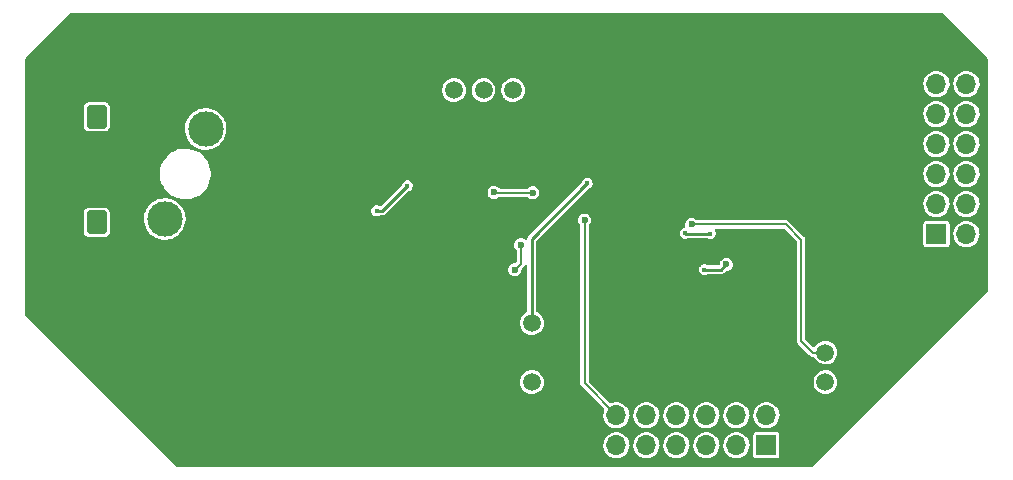
<source format=gbl>
G04 #@! TF.GenerationSoftware,KiCad,Pcbnew,6.0.2-378541a8eb~116~ubuntu20.04.1*
G04 #@! TF.CreationDate,2023-01-27T16:36:07+01:00*
G04 #@! TF.ProjectId,BUCKY_POWER,4255434b-595f-4504-9f57-45522e6b6963,rev?*
G04 #@! TF.SameCoordinates,Original*
G04 #@! TF.FileFunction,Copper,L2,Bot*
G04 #@! TF.FilePolarity,Positive*
%FSLAX46Y46*%
G04 Gerber Fmt 4.6, Leading zero omitted, Abs format (unit mm)*
G04 Created by KiCad (PCBNEW 6.0.2-378541a8eb~116~ubuntu20.04.1) date 2023-01-27 16:36:07*
%MOMM*%
%LPD*%
G01*
G04 APERTURE LIST*
G04 Aperture macros list*
%AMRoundRect*
0 Rectangle with rounded corners*
0 $1 Rounding radius*
0 $2 $3 $4 $5 $6 $7 $8 $9 X,Y pos of 4 corners*
0 Add a 4 corners polygon primitive as box body*
4,1,4,$2,$3,$4,$5,$6,$7,$8,$9,$2,$3,0*
0 Add four circle primitives for the rounded corners*
1,1,$1+$1,$2,$3*
1,1,$1+$1,$4,$5*
1,1,$1+$1,$6,$7*
1,1,$1+$1,$8,$9*
0 Add four rect primitives between the rounded corners*
20,1,$1+$1,$2,$3,$4,$5,0*
20,1,$1+$1,$4,$5,$6,$7,0*
20,1,$1+$1,$6,$7,$8,$9,0*
20,1,$1+$1,$8,$9,$2,$3,0*%
G04 Aperture macros list end*
G04 #@! TA.AperFunction,ComponentPad*
%ADD10C,1.500000*%
G04 #@! TD*
G04 #@! TA.AperFunction,ComponentPad*
%ADD11C,0.600000*%
G04 #@! TD*
G04 #@! TA.AperFunction,SMDPad,CuDef*
%ADD12R,2.400000X1.650000*%
G04 #@! TD*
G04 #@! TA.AperFunction,ComponentPad*
%ADD13RoundRect,0.250000X0.600000X0.750000X-0.600000X0.750000X-0.600000X-0.750000X0.600000X-0.750000X0*%
G04 #@! TD*
G04 #@! TA.AperFunction,ComponentPad*
%ADD14O,1.700000X2.000000*%
G04 #@! TD*
G04 #@! TA.AperFunction,ComponentPad*
%ADD15C,3.000000*%
G04 #@! TD*
G04 #@! TA.AperFunction,ComponentPad*
%ADD16R,1.700000X1.700000*%
G04 #@! TD*
G04 #@! TA.AperFunction,ComponentPad*
%ADD17O,1.700000X1.700000*%
G04 #@! TD*
G04 #@! TA.AperFunction,ViaPad*
%ADD18C,0.400000*%
G04 #@! TD*
G04 #@! TA.AperFunction,ViaPad*
%ADD19C,0.600000*%
G04 #@! TD*
G04 #@! TA.AperFunction,ViaPad*
%ADD20C,0.800000*%
G04 #@! TD*
G04 #@! TA.AperFunction,Conductor*
%ADD21C,0.254000*%
G04 #@! TD*
G04 #@! TA.AperFunction,Conductor*
%ADD22C,0.200000*%
G04 #@! TD*
G04 APERTURE END LIST*
D10*
X69550000Y-87800000D03*
X72050000Y-87800000D03*
X74550000Y-87800000D03*
D11*
X89250000Y-101503022D03*
X90110000Y-101023022D03*
D12*
X89250000Y-101503022D03*
D11*
X88390000Y-101983022D03*
X90110000Y-101983022D03*
X88390000Y-101023022D03*
D10*
X101000000Y-112525000D03*
X101000000Y-110025000D03*
X101000000Y-107525000D03*
X76150000Y-112525000D03*
X76150000Y-110025000D03*
X76150000Y-107525000D03*
D13*
X39300000Y-90050000D03*
D14*
X36800000Y-90050000D03*
D15*
X48527200Y-91090000D03*
X45072800Y-98710000D03*
D13*
X39300000Y-99000000D03*
D14*
X36800000Y-99000000D03*
D16*
X63800000Y-117875000D03*
D17*
X63800000Y-115335000D03*
X61260000Y-117875000D03*
X61260000Y-115335000D03*
X58720000Y-117875000D03*
X58720000Y-115335000D03*
X56180000Y-117875000D03*
X56180000Y-115335000D03*
X53640000Y-117875000D03*
X53640000Y-115335000D03*
X51100000Y-117875000D03*
X51100000Y-115335000D03*
D16*
X110400000Y-100000000D03*
D17*
X112940000Y-100000000D03*
X110400000Y-97460000D03*
X112940000Y-97460000D03*
X110400000Y-94920000D03*
X112940000Y-94920000D03*
X110400000Y-92380000D03*
X112940000Y-92380000D03*
X110400000Y-89840000D03*
X112940000Y-89840000D03*
X110400000Y-87300000D03*
X112940000Y-87300000D03*
D16*
X96000000Y-117875000D03*
D17*
X96000000Y-115335000D03*
X93460000Y-117875000D03*
X93460000Y-115335000D03*
X90920000Y-117875000D03*
X90920000Y-115335000D03*
X88380000Y-117875000D03*
X88380000Y-115335000D03*
X85840000Y-117875000D03*
X85840000Y-115335000D03*
X83300000Y-117875000D03*
X83300000Y-115335000D03*
D18*
X89130244Y-99926511D03*
X91250000Y-99950000D03*
D19*
X75200000Y-100900000D03*
X74700000Y-103000000D03*
X76200000Y-96500000D03*
X72950000Y-96450000D03*
D20*
X105600000Y-110400000D03*
D19*
X101800000Y-99100000D03*
D18*
X81800000Y-91450000D03*
D19*
X77950000Y-96500000D03*
D18*
X97300000Y-103450000D03*
D19*
X70400000Y-98000000D03*
X79500000Y-105800000D03*
D20*
X97750000Y-87100000D03*
D18*
X106000000Y-103600000D03*
D20*
X105350000Y-87100000D03*
D18*
X65600000Y-95900000D03*
X63000000Y-98026500D03*
X80826500Y-95700000D03*
D19*
X80600000Y-98800000D03*
X92600000Y-102550000D03*
D18*
X90750000Y-103000000D03*
D19*
X89675000Y-99175000D03*
D21*
X91250000Y-99950000D02*
X89153733Y-99950000D01*
X89153733Y-99950000D02*
X89130244Y-99926511D01*
D22*
X75200000Y-100900000D02*
X75200000Y-102500000D01*
X75200000Y-102500000D02*
X74700000Y-103000000D01*
X73000000Y-96500000D02*
X72950000Y-96450000D01*
X76200000Y-96500000D02*
X73000000Y-96500000D01*
D21*
X63473500Y-98026500D02*
X63000000Y-98026500D01*
X65600000Y-95900000D02*
X63473500Y-98026500D01*
X76150000Y-107525000D02*
X76150000Y-100376500D01*
X76150000Y-100376500D02*
X80826500Y-95700000D01*
D22*
X80600000Y-112635000D02*
X80600000Y-98800000D01*
X83300000Y-115335000D02*
X80600000Y-112635000D01*
D21*
X92150000Y-103000000D02*
X92600000Y-102550000D01*
X90750000Y-103000000D02*
X92150000Y-103000000D01*
D22*
X98950000Y-100500000D02*
X98950000Y-109050000D01*
X99925000Y-110025000D02*
X101000000Y-110025000D01*
X97625000Y-99175000D02*
X98950000Y-100500000D01*
X98950000Y-109050000D02*
X99925000Y-110025000D01*
X89675000Y-99175000D02*
X97625000Y-99175000D01*
G04 #@! TA.AperFunction,Conductor*
G36*
X110910721Y-81274002D02*
G01*
X110931695Y-81290905D01*
X114709095Y-85068306D01*
X114743121Y-85130618D01*
X114746000Y-85157401D01*
X114746000Y-104842599D01*
X114725998Y-104910720D01*
X114709095Y-104931694D01*
X99931695Y-119709095D01*
X99869383Y-119743121D01*
X99842600Y-119746000D01*
X46157401Y-119746000D01*
X46089280Y-119725998D01*
X46068306Y-119709095D01*
X44205175Y-117845964D01*
X82191148Y-117845964D01*
X82204424Y-118048522D01*
X82205845Y-118054118D01*
X82205846Y-118054123D01*
X82226119Y-118133945D01*
X82254392Y-118245269D01*
X82256809Y-118250512D01*
X82294010Y-118331208D01*
X82339377Y-118429616D01*
X82456533Y-118595389D01*
X82601938Y-118737035D01*
X82770720Y-118849812D01*
X82776023Y-118852090D01*
X82776026Y-118852092D01*
X82907283Y-118908484D01*
X82957228Y-118929942D01*
X83030244Y-118946464D01*
X83149579Y-118973467D01*
X83149584Y-118973468D01*
X83155216Y-118974742D01*
X83160987Y-118974969D01*
X83160989Y-118974969D01*
X83220756Y-118977317D01*
X83358053Y-118982712D01*
X83465348Y-118967155D01*
X83553231Y-118954413D01*
X83553236Y-118954412D01*
X83558945Y-118953584D01*
X83564409Y-118951729D01*
X83564414Y-118951728D01*
X83745693Y-118890192D01*
X83745698Y-118890190D01*
X83751165Y-118888334D01*
X83928276Y-118789147D01*
X83967969Y-118756135D01*
X84079913Y-118663031D01*
X84084345Y-118659345D01*
X84214147Y-118503276D01*
X84313334Y-118326165D01*
X84315190Y-118320698D01*
X84315192Y-118320693D01*
X84376728Y-118139414D01*
X84376729Y-118139409D01*
X84378584Y-118133945D01*
X84379412Y-118128236D01*
X84379413Y-118128231D01*
X84407179Y-117936727D01*
X84407712Y-117933053D01*
X84409232Y-117875000D01*
X84406564Y-117845964D01*
X84731148Y-117845964D01*
X84744424Y-118048522D01*
X84745845Y-118054118D01*
X84745846Y-118054123D01*
X84766119Y-118133945D01*
X84794392Y-118245269D01*
X84796809Y-118250512D01*
X84834010Y-118331208D01*
X84879377Y-118429616D01*
X84996533Y-118595389D01*
X85141938Y-118737035D01*
X85310720Y-118849812D01*
X85316023Y-118852090D01*
X85316026Y-118852092D01*
X85447283Y-118908484D01*
X85497228Y-118929942D01*
X85570244Y-118946464D01*
X85689579Y-118973467D01*
X85689584Y-118973468D01*
X85695216Y-118974742D01*
X85700987Y-118974969D01*
X85700989Y-118974969D01*
X85760756Y-118977317D01*
X85898053Y-118982712D01*
X86005348Y-118967155D01*
X86093231Y-118954413D01*
X86093236Y-118954412D01*
X86098945Y-118953584D01*
X86104409Y-118951729D01*
X86104414Y-118951728D01*
X86285693Y-118890192D01*
X86285698Y-118890190D01*
X86291165Y-118888334D01*
X86468276Y-118789147D01*
X86507969Y-118756135D01*
X86619913Y-118663031D01*
X86624345Y-118659345D01*
X86754147Y-118503276D01*
X86853334Y-118326165D01*
X86855190Y-118320698D01*
X86855192Y-118320693D01*
X86916728Y-118139414D01*
X86916729Y-118139409D01*
X86918584Y-118133945D01*
X86919412Y-118128236D01*
X86919413Y-118128231D01*
X86947179Y-117936727D01*
X86947712Y-117933053D01*
X86949232Y-117875000D01*
X86946564Y-117845964D01*
X87271148Y-117845964D01*
X87284424Y-118048522D01*
X87285845Y-118054118D01*
X87285846Y-118054123D01*
X87306119Y-118133945D01*
X87334392Y-118245269D01*
X87336809Y-118250512D01*
X87374010Y-118331208D01*
X87419377Y-118429616D01*
X87536533Y-118595389D01*
X87681938Y-118737035D01*
X87850720Y-118849812D01*
X87856023Y-118852090D01*
X87856026Y-118852092D01*
X87987283Y-118908484D01*
X88037228Y-118929942D01*
X88110244Y-118946464D01*
X88229579Y-118973467D01*
X88229584Y-118973468D01*
X88235216Y-118974742D01*
X88240987Y-118974969D01*
X88240989Y-118974969D01*
X88300756Y-118977317D01*
X88438053Y-118982712D01*
X88545348Y-118967155D01*
X88633231Y-118954413D01*
X88633236Y-118954412D01*
X88638945Y-118953584D01*
X88644409Y-118951729D01*
X88644414Y-118951728D01*
X88825693Y-118890192D01*
X88825698Y-118890190D01*
X88831165Y-118888334D01*
X89008276Y-118789147D01*
X89047969Y-118756135D01*
X89159913Y-118663031D01*
X89164345Y-118659345D01*
X89294147Y-118503276D01*
X89393334Y-118326165D01*
X89395190Y-118320698D01*
X89395192Y-118320693D01*
X89456728Y-118139414D01*
X89456729Y-118139409D01*
X89458584Y-118133945D01*
X89459412Y-118128236D01*
X89459413Y-118128231D01*
X89487179Y-117936727D01*
X89487712Y-117933053D01*
X89489232Y-117875000D01*
X89486564Y-117845964D01*
X89811148Y-117845964D01*
X89824424Y-118048522D01*
X89825845Y-118054118D01*
X89825846Y-118054123D01*
X89846119Y-118133945D01*
X89874392Y-118245269D01*
X89876809Y-118250512D01*
X89914010Y-118331208D01*
X89959377Y-118429616D01*
X90076533Y-118595389D01*
X90221938Y-118737035D01*
X90390720Y-118849812D01*
X90396023Y-118852090D01*
X90396026Y-118852092D01*
X90527283Y-118908484D01*
X90577228Y-118929942D01*
X90650244Y-118946464D01*
X90769579Y-118973467D01*
X90769584Y-118973468D01*
X90775216Y-118974742D01*
X90780987Y-118974969D01*
X90780989Y-118974969D01*
X90840756Y-118977317D01*
X90978053Y-118982712D01*
X91085348Y-118967155D01*
X91173231Y-118954413D01*
X91173236Y-118954412D01*
X91178945Y-118953584D01*
X91184409Y-118951729D01*
X91184414Y-118951728D01*
X91365693Y-118890192D01*
X91365698Y-118890190D01*
X91371165Y-118888334D01*
X91548276Y-118789147D01*
X91587969Y-118756135D01*
X91699913Y-118663031D01*
X91704345Y-118659345D01*
X91834147Y-118503276D01*
X91933334Y-118326165D01*
X91935190Y-118320698D01*
X91935192Y-118320693D01*
X91996728Y-118139414D01*
X91996729Y-118139409D01*
X91998584Y-118133945D01*
X91999412Y-118128236D01*
X91999413Y-118128231D01*
X92027179Y-117936727D01*
X92027712Y-117933053D01*
X92029232Y-117875000D01*
X92026564Y-117845964D01*
X92351148Y-117845964D01*
X92364424Y-118048522D01*
X92365845Y-118054118D01*
X92365846Y-118054123D01*
X92386119Y-118133945D01*
X92414392Y-118245269D01*
X92416809Y-118250512D01*
X92454010Y-118331208D01*
X92499377Y-118429616D01*
X92616533Y-118595389D01*
X92761938Y-118737035D01*
X92930720Y-118849812D01*
X92936023Y-118852090D01*
X92936026Y-118852092D01*
X93067283Y-118908484D01*
X93117228Y-118929942D01*
X93190244Y-118946464D01*
X93309579Y-118973467D01*
X93309584Y-118973468D01*
X93315216Y-118974742D01*
X93320987Y-118974969D01*
X93320989Y-118974969D01*
X93380756Y-118977317D01*
X93518053Y-118982712D01*
X93625348Y-118967155D01*
X93713231Y-118954413D01*
X93713236Y-118954412D01*
X93718945Y-118953584D01*
X93724409Y-118951729D01*
X93724414Y-118951728D01*
X93905693Y-118890192D01*
X93905698Y-118890190D01*
X93911165Y-118888334D01*
X94088276Y-118789147D01*
X94127969Y-118756135D01*
X94239913Y-118663031D01*
X94244345Y-118659345D01*
X94374147Y-118503276D01*
X94473334Y-118326165D01*
X94475190Y-118320698D01*
X94475192Y-118320693D01*
X94536728Y-118139414D01*
X94536729Y-118139409D01*
X94538584Y-118133945D01*
X94539412Y-118128236D01*
X94539413Y-118128231D01*
X94567179Y-117936727D01*
X94567712Y-117933053D01*
X94569232Y-117875000D01*
X94550658Y-117672859D01*
X94549090Y-117667299D01*
X94497125Y-117483046D01*
X94497124Y-117483044D01*
X94495557Y-117477487D01*
X94484978Y-117456033D01*
X94408331Y-117300609D01*
X94405776Y-117295428D01*
X94284320Y-117132779D01*
X94140609Y-116999933D01*
X94895500Y-116999933D01*
X94895501Y-118750066D01*
X94910266Y-118824301D01*
X94917161Y-118834620D01*
X94917162Y-118834622D01*
X94957516Y-118895015D01*
X94966516Y-118908484D01*
X95050699Y-118964734D01*
X95124933Y-118979500D01*
X95999858Y-118979500D01*
X96875066Y-118979499D01*
X96910818Y-118972388D01*
X96937126Y-118967156D01*
X96937128Y-118967155D01*
X96949301Y-118964734D01*
X96959621Y-118957839D01*
X96959622Y-118957838D01*
X97023168Y-118915377D01*
X97033484Y-118908484D01*
X97089734Y-118824301D01*
X97104500Y-118750067D01*
X97104499Y-116999934D01*
X97089734Y-116925699D01*
X97063654Y-116886667D01*
X97040377Y-116851832D01*
X97033484Y-116841516D01*
X96949301Y-116785266D01*
X96875067Y-116770500D01*
X96000142Y-116770500D01*
X95124934Y-116770501D01*
X95089182Y-116777612D01*
X95062874Y-116782844D01*
X95062872Y-116782845D01*
X95050699Y-116785266D01*
X95040379Y-116792161D01*
X95040378Y-116792162D01*
X94979985Y-116832516D01*
X94966516Y-116841516D01*
X94910266Y-116925699D01*
X94895500Y-116999933D01*
X94140609Y-116999933D01*
X94135258Y-116994987D01*
X94130375Y-116991906D01*
X94130371Y-116991903D01*
X93968464Y-116889748D01*
X93963581Y-116886667D01*
X93775039Y-116811446D01*
X93769379Y-116810320D01*
X93769375Y-116810319D01*
X93581613Y-116772971D01*
X93581610Y-116772971D01*
X93575946Y-116771844D01*
X93570171Y-116771768D01*
X93570167Y-116771768D01*
X93468793Y-116770441D01*
X93372971Y-116769187D01*
X93367274Y-116770166D01*
X93367273Y-116770166D01*
X93279397Y-116785266D01*
X93172910Y-116803564D01*
X92982463Y-116873824D01*
X92808010Y-116977612D01*
X92803670Y-116981418D01*
X92803666Y-116981421D01*
X92659733Y-117107648D01*
X92655392Y-117111455D01*
X92529720Y-117270869D01*
X92527031Y-117275980D01*
X92527029Y-117275983D01*
X92514073Y-117300609D01*
X92435203Y-117450515D01*
X92375007Y-117644378D01*
X92351148Y-117845964D01*
X92026564Y-117845964D01*
X92010658Y-117672859D01*
X92009090Y-117667299D01*
X91957125Y-117483046D01*
X91957124Y-117483044D01*
X91955557Y-117477487D01*
X91944978Y-117456033D01*
X91868331Y-117300609D01*
X91865776Y-117295428D01*
X91744320Y-117132779D01*
X91595258Y-116994987D01*
X91590375Y-116991906D01*
X91590371Y-116991903D01*
X91428464Y-116889748D01*
X91423581Y-116886667D01*
X91235039Y-116811446D01*
X91229379Y-116810320D01*
X91229375Y-116810319D01*
X91041613Y-116772971D01*
X91041610Y-116772971D01*
X91035946Y-116771844D01*
X91030171Y-116771768D01*
X91030167Y-116771768D01*
X90928793Y-116770441D01*
X90832971Y-116769187D01*
X90827274Y-116770166D01*
X90827273Y-116770166D01*
X90739397Y-116785266D01*
X90632910Y-116803564D01*
X90442463Y-116873824D01*
X90268010Y-116977612D01*
X90263670Y-116981418D01*
X90263666Y-116981421D01*
X90119733Y-117107648D01*
X90115392Y-117111455D01*
X89989720Y-117270869D01*
X89987031Y-117275980D01*
X89987029Y-117275983D01*
X89974073Y-117300609D01*
X89895203Y-117450515D01*
X89835007Y-117644378D01*
X89811148Y-117845964D01*
X89486564Y-117845964D01*
X89470658Y-117672859D01*
X89469090Y-117667299D01*
X89417125Y-117483046D01*
X89417124Y-117483044D01*
X89415557Y-117477487D01*
X89404978Y-117456033D01*
X89328331Y-117300609D01*
X89325776Y-117295428D01*
X89204320Y-117132779D01*
X89055258Y-116994987D01*
X89050375Y-116991906D01*
X89050371Y-116991903D01*
X88888464Y-116889748D01*
X88883581Y-116886667D01*
X88695039Y-116811446D01*
X88689379Y-116810320D01*
X88689375Y-116810319D01*
X88501613Y-116772971D01*
X88501610Y-116772971D01*
X88495946Y-116771844D01*
X88490171Y-116771768D01*
X88490167Y-116771768D01*
X88388793Y-116770441D01*
X88292971Y-116769187D01*
X88287274Y-116770166D01*
X88287273Y-116770166D01*
X88199397Y-116785266D01*
X88092910Y-116803564D01*
X87902463Y-116873824D01*
X87728010Y-116977612D01*
X87723670Y-116981418D01*
X87723666Y-116981421D01*
X87579733Y-117107648D01*
X87575392Y-117111455D01*
X87449720Y-117270869D01*
X87447031Y-117275980D01*
X87447029Y-117275983D01*
X87434073Y-117300609D01*
X87355203Y-117450515D01*
X87295007Y-117644378D01*
X87271148Y-117845964D01*
X86946564Y-117845964D01*
X86930658Y-117672859D01*
X86929090Y-117667299D01*
X86877125Y-117483046D01*
X86877124Y-117483044D01*
X86875557Y-117477487D01*
X86864978Y-117456033D01*
X86788331Y-117300609D01*
X86785776Y-117295428D01*
X86664320Y-117132779D01*
X86515258Y-116994987D01*
X86510375Y-116991906D01*
X86510371Y-116991903D01*
X86348464Y-116889748D01*
X86343581Y-116886667D01*
X86155039Y-116811446D01*
X86149379Y-116810320D01*
X86149375Y-116810319D01*
X85961613Y-116772971D01*
X85961610Y-116772971D01*
X85955946Y-116771844D01*
X85950171Y-116771768D01*
X85950167Y-116771768D01*
X85848793Y-116770441D01*
X85752971Y-116769187D01*
X85747274Y-116770166D01*
X85747273Y-116770166D01*
X85659397Y-116785266D01*
X85552910Y-116803564D01*
X85362463Y-116873824D01*
X85188010Y-116977612D01*
X85183670Y-116981418D01*
X85183666Y-116981421D01*
X85039733Y-117107648D01*
X85035392Y-117111455D01*
X84909720Y-117270869D01*
X84907031Y-117275980D01*
X84907029Y-117275983D01*
X84894073Y-117300609D01*
X84815203Y-117450515D01*
X84755007Y-117644378D01*
X84731148Y-117845964D01*
X84406564Y-117845964D01*
X84390658Y-117672859D01*
X84389090Y-117667299D01*
X84337125Y-117483046D01*
X84337124Y-117483044D01*
X84335557Y-117477487D01*
X84324978Y-117456033D01*
X84248331Y-117300609D01*
X84245776Y-117295428D01*
X84124320Y-117132779D01*
X83975258Y-116994987D01*
X83970375Y-116991906D01*
X83970371Y-116991903D01*
X83808464Y-116889748D01*
X83803581Y-116886667D01*
X83615039Y-116811446D01*
X83609379Y-116810320D01*
X83609375Y-116810319D01*
X83421613Y-116772971D01*
X83421610Y-116772971D01*
X83415946Y-116771844D01*
X83410171Y-116771768D01*
X83410167Y-116771768D01*
X83308793Y-116770441D01*
X83212971Y-116769187D01*
X83207274Y-116770166D01*
X83207273Y-116770166D01*
X83119397Y-116785266D01*
X83012910Y-116803564D01*
X82822463Y-116873824D01*
X82648010Y-116977612D01*
X82643670Y-116981418D01*
X82643666Y-116981421D01*
X82499733Y-117107648D01*
X82495392Y-117111455D01*
X82369720Y-117270869D01*
X82367031Y-117275980D01*
X82367029Y-117275983D01*
X82354073Y-117300609D01*
X82275203Y-117450515D01*
X82215007Y-117644378D01*
X82191148Y-117845964D01*
X44205175Y-117845964D01*
X38870117Y-112510907D01*
X75140738Y-112510907D01*
X75141254Y-112517051D01*
X75155602Y-112687916D01*
X75157222Y-112707209D01*
X75172527Y-112760582D01*
X75209453Y-112889357D01*
X75211521Y-112896570D01*
X75301566Y-113071779D01*
X75305389Y-113076603D01*
X75305392Y-113076607D01*
X75333045Y-113111496D01*
X75423927Y-113226160D01*
X75428620Y-113230154D01*
X75428621Y-113230155D01*
X75453447Y-113251283D01*
X75573945Y-113353835D01*
X75579323Y-113356841D01*
X75579325Y-113356842D01*
X75609019Y-113373437D01*
X75745904Y-113449940D01*
X75933255Y-113510814D01*
X76128862Y-113534139D01*
X76134997Y-113533667D01*
X76134999Y-113533667D01*
X76194801Y-113529065D01*
X76325274Y-113519026D01*
X76515009Y-113466050D01*
X76520513Y-113463270D01*
X76685341Y-113380010D01*
X76685343Y-113380009D01*
X76690842Y-113377231D01*
X76846074Y-113255950D01*
X76850100Y-113251286D01*
X76850103Y-113251283D01*
X76970764Y-113111496D01*
X76970765Y-113111494D01*
X76974793Y-113106828D01*
X77072096Y-112935544D01*
X77134277Y-112748622D01*
X77158966Y-112553183D01*
X77159360Y-112525000D01*
X77140137Y-112328948D01*
X77083200Y-112140363D01*
X76990717Y-111966429D01*
X76866212Y-111813770D01*
X76800894Y-111759734D01*
X76719177Y-111692132D01*
X76719174Y-111692130D01*
X76714427Y-111688203D01*
X76541143Y-111594508D01*
X76352960Y-111536256D01*
X76346835Y-111535612D01*
X76346834Y-111535612D01*
X76163176Y-111516309D01*
X76163174Y-111516309D01*
X76157047Y-111515665D01*
X76075018Y-111523130D01*
X75967004Y-111532960D01*
X75967001Y-111532961D01*
X75960865Y-111533519D01*
X75954959Y-111535257D01*
X75954955Y-111535258D01*
X75814775Y-111576516D01*
X75771887Y-111589138D01*
X75766427Y-111591992D01*
X75766428Y-111591992D01*
X75602772Y-111677549D01*
X75602768Y-111677552D01*
X75597312Y-111680404D01*
X75443788Y-111803840D01*
X75317163Y-111954745D01*
X75222262Y-112127371D01*
X75220398Y-112133246D01*
X75220397Y-112133249D01*
X75216269Y-112146263D01*
X75162697Y-112315142D01*
X75140738Y-112510907D01*
X38870117Y-112510907D01*
X33290905Y-106931695D01*
X33256879Y-106869383D01*
X33254000Y-106842600D01*
X33254000Y-103000000D01*
X74140715Y-103000000D01*
X74141793Y-103008188D01*
X74152736Y-103091306D01*
X74159772Y-103144754D01*
X74215645Y-103279642D01*
X74240504Y-103312039D01*
X74295788Y-103384086D01*
X74304526Y-103395474D01*
X74311076Y-103400500D01*
X74311079Y-103400503D01*
X74382737Y-103455488D01*
X74420357Y-103484355D01*
X74555246Y-103540228D01*
X74700000Y-103559285D01*
X74708188Y-103558207D01*
X74836566Y-103541306D01*
X74844754Y-103540228D01*
X74979643Y-103484355D01*
X75017263Y-103455488D01*
X75088921Y-103400503D01*
X75088924Y-103400500D01*
X75095474Y-103395474D01*
X75104213Y-103384086D01*
X75159496Y-103312039D01*
X75184355Y-103279642D01*
X75240228Y-103144754D01*
X75247265Y-103091306D01*
X75258207Y-103008188D01*
X75259285Y-103000000D01*
X75258526Y-102994235D01*
X75278209Y-102927201D01*
X75295112Y-102906227D01*
X75414423Y-102786916D01*
X75429909Y-102774408D01*
X75433134Y-102771474D01*
X75441882Y-102765825D01*
X75461003Y-102741570D01*
X75464561Y-102737567D01*
X75464461Y-102737482D01*
X75467814Y-102733525D01*
X75471495Y-102729844D01*
X75481864Y-102715335D01*
X75485426Y-102710591D01*
X75508497Y-102681325D01*
X75508499Y-102681321D01*
X75514946Y-102673143D01*
X75517779Y-102665075D01*
X75522753Y-102658115D01*
X75525737Y-102648137D01*
X75529348Y-102640766D01*
X75577280Y-102588391D01*
X75645918Y-102570244D01*
X75713471Y-102592087D01*
X75758491Y-102646984D01*
X75768500Y-102696198D01*
X75768500Y-106514601D01*
X75748498Y-106582722D01*
X75700876Y-106626262D01*
X75597312Y-106680404D01*
X75443788Y-106803840D01*
X75317163Y-106954745D01*
X75310740Y-106966429D01*
X75237801Y-107099106D01*
X75222262Y-107127371D01*
X75220398Y-107133246D01*
X75220397Y-107133249D01*
X75216269Y-107146263D01*
X75162697Y-107315142D01*
X75140738Y-107510907D01*
X75157222Y-107707209D01*
X75211521Y-107896570D01*
X75301566Y-108071779D01*
X75305389Y-108076603D01*
X75305392Y-108076607D01*
X75333045Y-108111496D01*
X75423927Y-108226160D01*
X75428620Y-108230154D01*
X75428621Y-108230155D01*
X75453447Y-108251283D01*
X75573945Y-108353835D01*
X75579323Y-108356841D01*
X75579325Y-108356842D01*
X75609019Y-108373437D01*
X75745904Y-108449940D01*
X75933255Y-108510814D01*
X76128862Y-108534139D01*
X76134997Y-108533667D01*
X76134999Y-108533667D01*
X76194801Y-108529065D01*
X76325274Y-108519026D01*
X76515009Y-108466050D01*
X76520513Y-108463270D01*
X76685341Y-108380010D01*
X76685343Y-108380009D01*
X76690842Y-108377231D01*
X76846074Y-108255950D01*
X76850100Y-108251286D01*
X76850103Y-108251283D01*
X76970764Y-108111496D01*
X76970765Y-108111494D01*
X76974793Y-108106828D01*
X77072096Y-107935544D01*
X77134277Y-107748622D01*
X77158966Y-107553183D01*
X77159360Y-107525000D01*
X77140137Y-107328948D01*
X77083200Y-107140363D01*
X77008567Y-107000000D01*
X76993611Y-106971871D01*
X76993609Y-106971868D01*
X76990717Y-106966429D01*
X76866212Y-106813770D01*
X76800893Y-106759734D01*
X76719177Y-106692132D01*
X76719174Y-106692130D01*
X76714427Y-106688203D01*
X76597570Y-106625018D01*
X76547162Y-106575024D01*
X76531500Y-106514183D01*
X76531500Y-100586712D01*
X76551502Y-100518591D01*
X76568405Y-100497617D01*
X78266022Y-98800000D01*
X80040715Y-98800000D01*
X80041793Y-98808188D01*
X80057641Y-98928564D01*
X80059772Y-98944754D01*
X80068786Y-98966516D01*
X80108699Y-99062872D01*
X80115645Y-99079642D01*
X80204526Y-99195474D01*
X80209137Y-99199012D01*
X80242621Y-99260332D01*
X80245500Y-99287115D01*
X80245500Y-112583743D01*
X80243394Y-112603537D01*
X80243189Y-112607890D01*
X80240997Y-112618070D01*
X80242221Y-112628408D01*
X80244627Y-112648737D01*
X80244942Y-112654083D01*
X80245072Y-112654072D01*
X80245500Y-112659252D01*
X80245500Y-112664451D01*
X80246353Y-112669575D01*
X80246354Y-112669588D01*
X80248427Y-112682041D01*
X80249264Y-112687916D01*
X80254869Y-112735270D01*
X80258570Y-112742978D01*
X80259975Y-112751417D01*
X80282629Y-112793401D01*
X80285310Y-112798664D01*
X80305955Y-112841658D01*
X80309311Y-112845650D01*
X80311258Y-112847597D01*
X80312748Y-112849222D01*
X80312981Y-112849654D01*
X80312945Y-112849687D01*
X80313084Y-112849845D01*
X80316017Y-112855280D01*
X80323664Y-112862349D01*
X80352881Y-112889357D01*
X80356447Y-112892786D01*
X82245064Y-114781403D01*
X82279090Y-114843715D01*
X82273167Y-114909883D01*
X82275203Y-114910515D01*
X82215007Y-115104378D01*
X82191148Y-115305964D01*
X82204424Y-115508522D01*
X82205845Y-115514118D01*
X82205846Y-115514123D01*
X82226119Y-115593945D01*
X82254392Y-115705269D01*
X82256809Y-115710512D01*
X82294010Y-115791208D01*
X82339377Y-115889616D01*
X82456533Y-116055389D01*
X82601938Y-116197035D01*
X82770720Y-116309812D01*
X82776023Y-116312090D01*
X82776026Y-116312092D01*
X82864707Y-116350192D01*
X82957228Y-116389942D01*
X83030244Y-116406464D01*
X83149579Y-116433467D01*
X83149584Y-116433468D01*
X83155216Y-116434742D01*
X83160987Y-116434969D01*
X83160989Y-116434969D01*
X83220756Y-116437317D01*
X83358053Y-116442712D01*
X83458499Y-116428148D01*
X83553231Y-116414413D01*
X83553236Y-116414412D01*
X83558945Y-116413584D01*
X83564409Y-116411729D01*
X83564414Y-116411728D01*
X83745693Y-116350192D01*
X83745698Y-116350190D01*
X83751165Y-116348334D01*
X83928276Y-116249147D01*
X83990934Y-116197035D01*
X84079913Y-116123031D01*
X84084345Y-116119345D01*
X84214147Y-115963276D01*
X84313334Y-115786165D01*
X84315190Y-115780698D01*
X84315192Y-115780693D01*
X84376728Y-115599414D01*
X84376729Y-115599409D01*
X84378584Y-115593945D01*
X84379412Y-115588236D01*
X84379413Y-115588231D01*
X84407179Y-115396727D01*
X84407712Y-115393053D01*
X84409232Y-115335000D01*
X84406564Y-115305964D01*
X84731148Y-115305964D01*
X84744424Y-115508522D01*
X84745845Y-115514118D01*
X84745846Y-115514123D01*
X84766119Y-115593945D01*
X84794392Y-115705269D01*
X84796809Y-115710512D01*
X84834010Y-115791208D01*
X84879377Y-115889616D01*
X84996533Y-116055389D01*
X85141938Y-116197035D01*
X85310720Y-116309812D01*
X85316023Y-116312090D01*
X85316026Y-116312092D01*
X85404707Y-116350192D01*
X85497228Y-116389942D01*
X85570244Y-116406464D01*
X85689579Y-116433467D01*
X85689584Y-116433468D01*
X85695216Y-116434742D01*
X85700987Y-116434969D01*
X85700989Y-116434969D01*
X85760756Y-116437317D01*
X85898053Y-116442712D01*
X85998499Y-116428148D01*
X86093231Y-116414413D01*
X86093236Y-116414412D01*
X86098945Y-116413584D01*
X86104409Y-116411729D01*
X86104414Y-116411728D01*
X86285693Y-116350192D01*
X86285698Y-116350190D01*
X86291165Y-116348334D01*
X86468276Y-116249147D01*
X86530934Y-116197035D01*
X86619913Y-116123031D01*
X86624345Y-116119345D01*
X86754147Y-115963276D01*
X86853334Y-115786165D01*
X86855190Y-115780698D01*
X86855192Y-115780693D01*
X86916728Y-115599414D01*
X86916729Y-115599409D01*
X86918584Y-115593945D01*
X86919412Y-115588236D01*
X86919413Y-115588231D01*
X86947179Y-115396727D01*
X86947712Y-115393053D01*
X86949232Y-115335000D01*
X86946564Y-115305964D01*
X87271148Y-115305964D01*
X87284424Y-115508522D01*
X87285845Y-115514118D01*
X87285846Y-115514123D01*
X87306119Y-115593945D01*
X87334392Y-115705269D01*
X87336809Y-115710512D01*
X87374010Y-115791208D01*
X87419377Y-115889616D01*
X87536533Y-116055389D01*
X87681938Y-116197035D01*
X87850720Y-116309812D01*
X87856023Y-116312090D01*
X87856026Y-116312092D01*
X87944707Y-116350192D01*
X88037228Y-116389942D01*
X88110244Y-116406464D01*
X88229579Y-116433467D01*
X88229584Y-116433468D01*
X88235216Y-116434742D01*
X88240987Y-116434969D01*
X88240989Y-116434969D01*
X88300756Y-116437317D01*
X88438053Y-116442712D01*
X88538499Y-116428148D01*
X88633231Y-116414413D01*
X88633236Y-116414412D01*
X88638945Y-116413584D01*
X88644409Y-116411729D01*
X88644414Y-116411728D01*
X88825693Y-116350192D01*
X88825698Y-116350190D01*
X88831165Y-116348334D01*
X89008276Y-116249147D01*
X89070934Y-116197035D01*
X89159913Y-116123031D01*
X89164345Y-116119345D01*
X89294147Y-115963276D01*
X89393334Y-115786165D01*
X89395190Y-115780698D01*
X89395192Y-115780693D01*
X89456728Y-115599414D01*
X89456729Y-115599409D01*
X89458584Y-115593945D01*
X89459412Y-115588236D01*
X89459413Y-115588231D01*
X89487179Y-115396727D01*
X89487712Y-115393053D01*
X89489232Y-115335000D01*
X89486564Y-115305964D01*
X89811148Y-115305964D01*
X89824424Y-115508522D01*
X89825845Y-115514118D01*
X89825846Y-115514123D01*
X89846119Y-115593945D01*
X89874392Y-115705269D01*
X89876809Y-115710512D01*
X89914010Y-115791208D01*
X89959377Y-115889616D01*
X90076533Y-116055389D01*
X90221938Y-116197035D01*
X90390720Y-116309812D01*
X90396023Y-116312090D01*
X90396026Y-116312092D01*
X90484707Y-116350192D01*
X90577228Y-116389942D01*
X90650244Y-116406464D01*
X90769579Y-116433467D01*
X90769584Y-116433468D01*
X90775216Y-116434742D01*
X90780987Y-116434969D01*
X90780989Y-116434969D01*
X90840756Y-116437317D01*
X90978053Y-116442712D01*
X91078499Y-116428148D01*
X91173231Y-116414413D01*
X91173236Y-116414412D01*
X91178945Y-116413584D01*
X91184409Y-116411729D01*
X91184414Y-116411728D01*
X91365693Y-116350192D01*
X91365698Y-116350190D01*
X91371165Y-116348334D01*
X91548276Y-116249147D01*
X91610934Y-116197035D01*
X91699913Y-116123031D01*
X91704345Y-116119345D01*
X91834147Y-115963276D01*
X91933334Y-115786165D01*
X91935190Y-115780698D01*
X91935192Y-115780693D01*
X91996728Y-115599414D01*
X91996729Y-115599409D01*
X91998584Y-115593945D01*
X91999412Y-115588236D01*
X91999413Y-115588231D01*
X92027179Y-115396727D01*
X92027712Y-115393053D01*
X92029232Y-115335000D01*
X92026564Y-115305964D01*
X92351148Y-115305964D01*
X92364424Y-115508522D01*
X92365845Y-115514118D01*
X92365846Y-115514123D01*
X92386119Y-115593945D01*
X92414392Y-115705269D01*
X92416809Y-115710512D01*
X92454010Y-115791208D01*
X92499377Y-115889616D01*
X92616533Y-116055389D01*
X92761938Y-116197035D01*
X92930720Y-116309812D01*
X92936023Y-116312090D01*
X92936026Y-116312092D01*
X93024707Y-116350192D01*
X93117228Y-116389942D01*
X93190244Y-116406464D01*
X93309579Y-116433467D01*
X93309584Y-116433468D01*
X93315216Y-116434742D01*
X93320987Y-116434969D01*
X93320989Y-116434969D01*
X93380756Y-116437317D01*
X93518053Y-116442712D01*
X93618499Y-116428148D01*
X93713231Y-116414413D01*
X93713236Y-116414412D01*
X93718945Y-116413584D01*
X93724409Y-116411729D01*
X93724414Y-116411728D01*
X93905693Y-116350192D01*
X93905698Y-116350190D01*
X93911165Y-116348334D01*
X94088276Y-116249147D01*
X94150934Y-116197035D01*
X94239913Y-116123031D01*
X94244345Y-116119345D01*
X94374147Y-115963276D01*
X94473334Y-115786165D01*
X94475190Y-115780698D01*
X94475192Y-115780693D01*
X94536728Y-115599414D01*
X94536729Y-115599409D01*
X94538584Y-115593945D01*
X94539412Y-115588236D01*
X94539413Y-115588231D01*
X94567179Y-115396727D01*
X94567712Y-115393053D01*
X94569232Y-115335000D01*
X94566564Y-115305964D01*
X94891148Y-115305964D01*
X94904424Y-115508522D01*
X94905845Y-115514118D01*
X94905846Y-115514123D01*
X94926119Y-115593945D01*
X94954392Y-115705269D01*
X94956809Y-115710512D01*
X94994010Y-115791208D01*
X95039377Y-115889616D01*
X95156533Y-116055389D01*
X95301938Y-116197035D01*
X95470720Y-116309812D01*
X95476023Y-116312090D01*
X95476026Y-116312092D01*
X95564707Y-116350192D01*
X95657228Y-116389942D01*
X95730244Y-116406464D01*
X95849579Y-116433467D01*
X95849584Y-116433468D01*
X95855216Y-116434742D01*
X95860987Y-116434969D01*
X95860989Y-116434969D01*
X95920756Y-116437317D01*
X96058053Y-116442712D01*
X96158499Y-116428148D01*
X96253231Y-116414413D01*
X96253236Y-116414412D01*
X96258945Y-116413584D01*
X96264409Y-116411729D01*
X96264414Y-116411728D01*
X96445693Y-116350192D01*
X96445698Y-116350190D01*
X96451165Y-116348334D01*
X96628276Y-116249147D01*
X96690934Y-116197035D01*
X96779913Y-116123031D01*
X96784345Y-116119345D01*
X96914147Y-115963276D01*
X97013334Y-115786165D01*
X97015190Y-115780698D01*
X97015192Y-115780693D01*
X97076728Y-115599414D01*
X97076729Y-115599409D01*
X97078584Y-115593945D01*
X97079412Y-115588236D01*
X97079413Y-115588231D01*
X97107179Y-115396727D01*
X97107712Y-115393053D01*
X97109232Y-115335000D01*
X97090658Y-115132859D01*
X97089090Y-115127299D01*
X97037125Y-114943046D01*
X97037124Y-114943044D01*
X97035557Y-114937487D01*
X97024978Y-114916033D01*
X96948331Y-114760609D01*
X96945776Y-114755428D01*
X96824320Y-114592779D01*
X96675258Y-114454987D01*
X96670375Y-114451906D01*
X96670371Y-114451903D01*
X96508464Y-114349748D01*
X96503581Y-114346667D01*
X96315039Y-114271446D01*
X96309379Y-114270320D01*
X96309375Y-114270319D01*
X96121613Y-114232971D01*
X96121610Y-114232971D01*
X96115946Y-114231844D01*
X96110171Y-114231768D01*
X96110167Y-114231768D01*
X96008793Y-114230441D01*
X95912971Y-114229187D01*
X95907274Y-114230166D01*
X95907273Y-114230166D01*
X95718607Y-114262585D01*
X95712910Y-114263564D01*
X95522463Y-114333824D01*
X95348010Y-114437612D01*
X95343670Y-114441418D01*
X95343666Y-114441421D01*
X95323723Y-114458911D01*
X95195392Y-114571455D01*
X95069720Y-114730869D01*
X95067031Y-114735980D01*
X95067029Y-114735983D01*
X95019128Y-114827027D01*
X94975203Y-114910515D01*
X94915007Y-115104378D01*
X94891148Y-115305964D01*
X94566564Y-115305964D01*
X94550658Y-115132859D01*
X94549090Y-115127299D01*
X94497125Y-114943046D01*
X94497124Y-114943044D01*
X94495557Y-114937487D01*
X94484978Y-114916033D01*
X94408331Y-114760609D01*
X94405776Y-114755428D01*
X94284320Y-114592779D01*
X94135258Y-114454987D01*
X94130375Y-114451906D01*
X94130371Y-114451903D01*
X93968464Y-114349748D01*
X93963581Y-114346667D01*
X93775039Y-114271446D01*
X93769379Y-114270320D01*
X93769375Y-114270319D01*
X93581613Y-114232971D01*
X93581610Y-114232971D01*
X93575946Y-114231844D01*
X93570171Y-114231768D01*
X93570167Y-114231768D01*
X93468793Y-114230441D01*
X93372971Y-114229187D01*
X93367274Y-114230166D01*
X93367273Y-114230166D01*
X93178607Y-114262585D01*
X93172910Y-114263564D01*
X92982463Y-114333824D01*
X92808010Y-114437612D01*
X92803670Y-114441418D01*
X92803666Y-114441421D01*
X92783723Y-114458911D01*
X92655392Y-114571455D01*
X92529720Y-114730869D01*
X92527031Y-114735980D01*
X92527029Y-114735983D01*
X92479128Y-114827027D01*
X92435203Y-114910515D01*
X92375007Y-115104378D01*
X92351148Y-115305964D01*
X92026564Y-115305964D01*
X92010658Y-115132859D01*
X92009090Y-115127299D01*
X91957125Y-114943046D01*
X91957124Y-114943044D01*
X91955557Y-114937487D01*
X91944978Y-114916033D01*
X91868331Y-114760609D01*
X91865776Y-114755428D01*
X91744320Y-114592779D01*
X91595258Y-114454987D01*
X91590375Y-114451906D01*
X91590371Y-114451903D01*
X91428464Y-114349748D01*
X91423581Y-114346667D01*
X91235039Y-114271446D01*
X91229379Y-114270320D01*
X91229375Y-114270319D01*
X91041613Y-114232971D01*
X91041610Y-114232971D01*
X91035946Y-114231844D01*
X91030171Y-114231768D01*
X91030167Y-114231768D01*
X90928793Y-114230441D01*
X90832971Y-114229187D01*
X90827274Y-114230166D01*
X90827273Y-114230166D01*
X90638607Y-114262585D01*
X90632910Y-114263564D01*
X90442463Y-114333824D01*
X90268010Y-114437612D01*
X90263670Y-114441418D01*
X90263666Y-114441421D01*
X90243723Y-114458911D01*
X90115392Y-114571455D01*
X89989720Y-114730869D01*
X89987031Y-114735980D01*
X89987029Y-114735983D01*
X89939128Y-114827027D01*
X89895203Y-114910515D01*
X89835007Y-115104378D01*
X89811148Y-115305964D01*
X89486564Y-115305964D01*
X89470658Y-115132859D01*
X89469090Y-115127299D01*
X89417125Y-114943046D01*
X89417124Y-114943044D01*
X89415557Y-114937487D01*
X89404978Y-114916033D01*
X89328331Y-114760609D01*
X89325776Y-114755428D01*
X89204320Y-114592779D01*
X89055258Y-114454987D01*
X89050375Y-114451906D01*
X89050371Y-114451903D01*
X88888464Y-114349748D01*
X88883581Y-114346667D01*
X88695039Y-114271446D01*
X88689379Y-114270320D01*
X88689375Y-114270319D01*
X88501613Y-114232971D01*
X88501610Y-114232971D01*
X88495946Y-114231844D01*
X88490171Y-114231768D01*
X88490167Y-114231768D01*
X88388793Y-114230441D01*
X88292971Y-114229187D01*
X88287274Y-114230166D01*
X88287273Y-114230166D01*
X88098607Y-114262585D01*
X88092910Y-114263564D01*
X87902463Y-114333824D01*
X87728010Y-114437612D01*
X87723670Y-114441418D01*
X87723666Y-114441421D01*
X87703723Y-114458911D01*
X87575392Y-114571455D01*
X87449720Y-114730869D01*
X87447031Y-114735980D01*
X87447029Y-114735983D01*
X87399128Y-114827027D01*
X87355203Y-114910515D01*
X87295007Y-115104378D01*
X87271148Y-115305964D01*
X86946564Y-115305964D01*
X86930658Y-115132859D01*
X86929090Y-115127299D01*
X86877125Y-114943046D01*
X86877124Y-114943044D01*
X86875557Y-114937487D01*
X86864978Y-114916033D01*
X86788331Y-114760609D01*
X86785776Y-114755428D01*
X86664320Y-114592779D01*
X86515258Y-114454987D01*
X86510375Y-114451906D01*
X86510371Y-114451903D01*
X86348464Y-114349748D01*
X86343581Y-114346667D01*
X86155039Y-114271446D01*
X86149379Y-114270320D01*
X86149375Y-114270319D01*
X85961613Y-114232971D01*
X85961610Y-114232971D01*
X85955946Y-114231844D01*
X85950171Y-114231768D01*
X85950167Y-114231768D01*
X85848793Y-114230441D01*
X85752971Y-114229187D01*
X85747274Y-114230166D01*
X85747273Y-114230166D01*
X85558607Y-114262585D01*
X85552910Y-114263564D01*
X85362463Y-114333824D01*
X85188010Y-114437612D01*
X85183670Y-114441418D01*
X85183666Y-114441421D01*
X85163723Y-114458911D01*
X85035392Y-114571455D01*
X84909720Y-114730869D01*
X84907031Y-114735980D01*
X84907029Y-114735983D01*
X84859128Y-114827027D01*
X84815203Y-114910515D01*
X84755007Y-115104378D01*
X84731148Y-115305964D01*
X84406564Y-115305964D01*
X84390658Y-115132859D01*
X84389090Y-115127299D01*
X84337125Y-114943046D01*
X84337124Y-114943044D01*
X84335557Y-114937487D01*
X84324978Y-114916033D01*
X84248331Y-114760609D01*
X84245776Y-114755428D01*
X84124320Y-114592779D01*
X83975258Y-114454987D01*
X83970375Y-114451906D01*
X83970371Y-114451903D01*
X83808464Y-114349748D01*
X83803581Y-114346667D01*
X83615039Y-114271446D01*
X83609379Y-114270320D01*
X83609375Y-114270319D01*
X83421613Y-114232971D01*
X83421610Y-114232971D01*
X83415946Y-114231844D01*
X83410171Y-114231768D01*
X83410167Y-114231768D01*
X83308793Y-114230441D01*
X83212971Y-114229187D01*
X83207274Y-114230166D01*
X83207273Y-114230166D01*
X83018607Y-114262585D01*
X83012910Y-114263564D01*
X82881844Y-114311917D01*
X82811012Y-114316729D01*
X82749139Y-114282800D01*
X80991405Y-112525067D01*
X80983673Y-112510907D01*
X99990738Y-112510907D01*
X99991254Y-112517051D01*
X100005602Y-112687916D01*
X100007222Y-112707209D01*
X100022527Y-112760582D01*
X100059453Y-112889357D01*
X100061521Y-112896570D01*
X100151566Y-113071779D01*
X100155389Y-113076603D01*
X100155392Y-113076607D01*
X100183045Y-113111496D01*
X100273927Y-113226160D01*
X100278620Y-113230154D01*
X100278621Y-113230155D01*
X100303447Y-113251283D01*
X100423945Y-113353835D01*
X100429323Y-113356841D01*
X100429325Y-113356842D01*
X100459019Y-113373437D01*
X100595904Y-113449940D01*
X100783255Y-113510814D01*
X100978862Y-113534139D01*
X100984997Y-113533667D01*
X100984999Y-113533667D01*
X101044801Y-113529065D01*
X101175274Y-113519026D01*
X101365009Y-113466050D01*
X101370513Y-113463270D01*
X101535341Y-113380010D01*
X101535343Y-113380009D01*
X101540842Y-113377231D01*
X101696074Y-113255950D01*
X101700100Y-113251286D01*
X101700103Y-113251283D01*
X101820764Y-113111496D01*
X101820765Y-113111494D01*
X101824793Y-113106828D01*
X101922096Y-112935544D01*
X101984277Y-112748622D01*
X102008966Y-112553183D01*
X102009360Y-112525000D01*
X101990137Y-112328948D01*
X101933200Y-112140363D01*
X101840717Y-111966429D01*
X101716212Y-111813770D01*
X101650894Y-111759734D01*
X101569177Y-111692132D01*
X101569174Y-111692130D01*
X101564427Y-111688203D01*
X101391143Y-111594508D01*
X101202960Y-111536256D01*
X101196835Y-111535612D01*
X101196834Y-111535612D01*
X101013176Y-111516309D01*
X101013174Y-111516309D01*
X101007047Y-111515665D01*
X100925018Y-111523130D01*
X100817004Y-111532960D01*
X100817001Y-111532961D01*
X100810865Y-111533519D01*
X100804959Y-111535257D01*
X100804955Y-111535258D01*
X100664775Y-111576516D01*
X100621887Y-111589138D01*
X100616427Y-111591992D01*
X100616428Y-111591992D01*
X100452772Y-111677549D01*
X100452768Y-111677552D01*
X100447312Y-111680404D01*
X100293788Y-111803840D01*
X100167163Y-111954745D01*
X100072262Y-112127371D01*
X100070398Y-112133246D01*
X100070397Y-112133249D01*
X100066269Y-112146263D01*
X100012697Y-112315142D01*
X99990738Y-112510907D01*
X80983673Y-112510907D01*
X80957380Y-112462755D01*
X80954500Y-112435972D01*
X80954500Y-102994390D01*
X90290860Y-102994390D01*
X90292024Y-103003292D01*
X90292024Y-103003295D01*
X90306577Y-103114582D01*
X90307741Y-103123481D01*
X90360174Y-103242645D01*
X90443946Y-103342303D01*
X90451414Y-103347274D01*
X90451415Y-103347275D01*
X90544850Y-103409472D01*
X90544853Y-103409473D01*
X90552320Y-103414444D01*
X90560887Y-103417120D01*
X90560888Y-103417121D01*
X90582171Y-103423770D01*
X90676587Y-103453267D01*
X90685560Y-103453431D01*
X90685563Y-103453432D01*
X90742790Y-103454481D01*
X90806755Y-103455653D01*
X90858917Y-103441432D01*
X90923701Y-103423770D01*
X90923703Y-103423769D01*
X90932360Y-103421409D01*
X90967025Y-103400125D01*
X91032953Y-103381500D01*
X92095865Y-103381500D01*
X92120164Y-103384086D01*
X92121602Y-103384154D01*
X92131780Y-103386345D01*
X92165341Y-103382373D01*
X92171320Y-103382021D01*
X92171312Y-103381928D01*
X92176490Y-103381500D01*
X92181692Y-103381500D01*
X92200846Y-103378312D01*
X92206704Y-103377478D01*
X92223318Y-103375512D01*
X92247567Y-103372642D01*
X92247568Y-103372642D01*
X92257907Y-103371418D01*
X92266206Y-103367433D01*
X92275283Y-103365922D01*
X92320651Y-103341442D01*
X92325914Y-103338761D01*
X92365250Y-103319873D01*
X92365254Y-103319870D01*
X92372398Y-103316440D01*
X92376692Y-103312830D01*
X92378624Y-103310898D01*
X92380573Y-103309111D01*
X92380626Y-103309082D01*
X92380745Y-103309212D01*
X92381313Y-103308711D01*
X92387057Y-103305612D01*
X92423866Y-103265792D01*
X92427295Y-103262227D01*
X92546996Y-103142526D01*
X92609308Y-103108500D01*
X92619645Y-103106699D01*
X92708441Y-103095009D01*
X92744754Y-103090228D01*
X92879643Y-103034355D01*
X92886196Y-103029327D01*
X92988921Y-102950503D01*
X92988924Y-102950500D01*
X92995474Y-102945474D01*
X93009496Y-102927201D01*
X93049842Y-102874620D01*
X93084355Y-102829642D01*
X93140228Y-102694754D01*
X93143496Y-102669936D01*
X93158207Y-102558188D01*
X93159285Y-102550000D01*
X93147822Y-102462931D01*
X93141306Y-102413432D01*
X93141305Y-102413430D01*
X93140228Y-102405246D01*
X93118653Y-102353161D01*
X93087515Y-102277986D01*
X93087514Y-102277984D01*
X93084355Y-102270358D01*
X92995474Y-102154526D01*
X92988924Y-102149500D01*
X92988921Y-102149497D01*
X92886196Y-102070673D01*
X92886194Y-102070672D01*
X92879643Y-102065645D01*
X92744754Y-102009772D01*
X92600000Y-101990715D01*
X92591812Y-101991793D01*
X92463432Y-102008694D01*
X92463430Y-102008695D01*
X92455246Y-102009772D01*
X92407430Y-102029578D01*
X92327986Y-102062485D01*
X92327984Y-102062486D01*
X92320358Y-102065645D01*
X92204526Y-102154526D01*
X92115645Y-102270358D01*
X92112486Y-102277984D01*
X92112485Y-102277986D01*
X92081347Y-102353161D01*
X92059772Y-102405246D01*
X92058695Y-102413430D01*
X92058694Y-102413432D01*
X92046120Y-102508946D01*
X92017398Y-102573873D01*
X91958133Y-102612965D01*
X91921198Y-102618500D01*
X91034370Y-102618500D01*
X90965839Y-102598233D01*
X90950137Y-102588056D01*
X90950134Y-102588055D01*
X90942601Y-102583172D01*
X90817870Y-102545870D01*
X90808894Y-102545815D01*
X90808893Y-102545815D01*
X90755678Y-102545490D01*
X90687683Y-102545074D01*
X90562505Y-102580850D01*
X90554918Y-102585637D01*
X90554916Y-102585638D01*
X90524981Y-102604526D01*
X90452400Y-102650321D01*
X90446458Y-102657049D01*
X90446457Y-102657050D01*
X90443807Y-102660051D01*
X90366219Y-102747903D01*
X90362404Y-102756028D01*
X90362403Y-102756030D01*
X90331424Y-102822014D01*
X90310890Y-102865751D01*
X90309509Y-102874620D01*
X90297694Y-102950503D01*
X90290860Y-102994390D01*
X80954500Y-102994390D01*
X80954500Y-99920901D01*
X88671104Y-99920901D01*
X88672268Y-99929803D01*
X88672268Y-99929806D01*
X88681702Y-100001946D01*
X88687985Y-100049992D01*
X88740418Y-100169156D01*
X88824190Y-100268814D01*
X88831658Y-100273785D01*
X88831659Y-100273786D01*
X88925094Y-100335983D01*
X88925097Y-100335984D01*
X88932564Y-100340955D01*
X88941131Y-100343631D01*
X88941132Y-100343632D01*
X88962415Y-100350281D01*
X89056831Y-100379778D01*
X89065804Y-100379942D01*
X89065807Y-100379943D01*
X89123034Y-100380992D01*
X89186999Y-100382164D01*
X89273086Y-100358694D01*
X89303945Y-100350281D01*
X89303947Y-100350280D01*
X89312604Y-100347920D01*
X89320250Y-100343226D01*
X89323401Y-100341862D01*
X89373439Y-100331500D01*
X90964727Y-100331500D01*
X91034547Y-100352614D01*
X91044845Y-100359469D01*
X91044850Y-100359471D01*
X91052320Y-100364444D01*
X91060887Y-100367120D01*
X91060888Y-100367121D01*
X91082171Y-100373770D01*
X91176587Y-100403267D01*
X91185560Y-100403431D01*
X91185563Y-100403432D01*
X91242790Y-100404481D01*
X91306755Y-100405653D01*
X91375984Y-100386779D01*
X91423701Y-100373770D01*
X91423703Y-100373769D01*
X91432360Y-100371409D01*
X91497358Y-100331500D01*
X91535658Y-100307984D01*
X91535659Y-100307984D01*
X91543306Y-100303288D01*
X91564639Y-100279720D01*
X91624644Y-100213427D01*
X91624645Y-100213426D01*
X91630672Y-100206767D01*
X91636664Y-100194401D01*
X91683522Y-100097685D01*
X91683522Y-100097684D01*
X91687437Y-100089604D01*
X91709037Y-99961219D01*
X91709174Y-99950000D01*
X91690718Y-99821125D01*
X91687003Y-99812955D01*
X91687001Y-99812947D01*
X91639125Y-99707652D01*
X91629137Y-99637361D01*
X91658738Y-99572830D01*
X91718527Y-99534545D01*
X91753825Y-99529500D01*
X97425971Y-99529500D01*
X97494092Y-99549502D01*
X97515066Y-99566405D01*
X98558595Y-100609933D01*
X98592620Y-100672245D01*
X98595500Y-100699028D01*
X98595500Y-108998743D01*
X98593394Y-109018537D01*
X98593189Y-109022890D01*
X98590997Y-109033070D01*
X98592221Y-109043408D01*
X98594627Y-109063737D01*
X98594942Y-109069083D01*
X98595072Y-109069072D01*
X98595500Y-109074252D01*
X98595500Y-109079451D01*
X98596353Y-109084575D01*
X98596354Y-109084588D01*
X98598427Y-109097041D01*
X98599264Y-109102916D01*
X98604869Y-109150270D01*
X98608570Y-109157978D01*
X98609975Y-109166417D01*
X98632629Y-109208401D01*
X98635310Y-109213664D01*
X98655955Y-109256658D01*
X98659311Y-109260650D01*
X98661258Y-109262597D01*
X98662748Y-109264222D01*
X98662981Y-109264654D01*
X98662945Y-109264687D01*
X98663084Y-109264845D01*
X98666017Y-109270280D01*
X98673664Y-109277349D01*
X98702881Y-109304357D01*
X98706447Y-109307786D01*
X99638084Y-110239423D01*
X99650592Y-110254909D01*
X99653526Y-110258134D01*
X99659175Y-110266882D01*
X99667352Y-110273328D01*
X99683430Y-110286003D01*
X99687431Y-110289559D01*
X99687516Y-110289459D01*
X99691473Y-110292812D01*
X99695155Y-110296494D01*
X99709691Y-110306882D01*
X99714378Y-110310401D01*
X99751857Y-110339946D01*
X99759925Y-110342779D01*
X99766885Y-110347753D01*
X99776863Y-110350737D01*
X99812586Y-110361420D01*
X99818235Y-110363256D01*
X99863208Y-110379050D01*
X99868404Y-110379500D01*
X99871109Y-110379500D01*
X99873365Y-110379597D01*
X99873841Y-110379740D01*
X99873839Y-110379786D01*
X99874038Y-110379799D01*
X99879955Y-110381568D01*
X99930124Y-110379597D01*
X99935070Y-110379500D01*
X99975837Y-110379500D01*
X100043958Y-110399502D01*
X100087903Y-110447906D01*
X100148746Y-110566294D01*
X100148751Y-110566302D01*
X100151566Y-110571779D01*
X100155389Y-110576603D01*
X100155392Y-110576607D01*
X100183045Y-110611496D01*
X100273927Y-110726160D01*
X100278620Y-110730154D01*
X100278621Y-110730155D01*
X100303447Y-110751283D01*
X100423945Y-110853835D01*
X100429323Y-110856841D01*
X100429325Y-110856842D01*
X100459019Y-110873437D01*
X100595904Y-110949940D01*
X100783255Y-111010814D01*
X100978862Y-111034139D01*
X100984997Y-111033667D01*
X100984999Y-111033667D01*
X101044801Y-111029065D01*
X101175274Y-111019026D01*
X101365009Y-110966050D01*
X101370513Y-110963270D01*
X101535341Y-110880010D01*
X101535343Y-110880009D01*
X101540842Y-110877231D01*
X101696074Y-110755950D01*
X101700100Y-110751286D01*
X101700103Y-110751283D01*
X101820764Y-110611496D01*
X101820765Y-110611494D01*
X101824793Y-110606828D01*
X101922096Y-110435544D01*
X101984277Y-110248622D01*
X102008966Y-110053183D01*
X102009360Y-110025000D01*
X101990137Y-109828948D01*
X101933200Y-109640363D01*
X101840717Y-109466429D01*
X101716212Y-109313770D01*
X101638540Y-109249514D01*
X101569177Y-109192132D01*
X101569174Y-109192130D01*
X101564427Y-109188203D01*
X101391143Y-109094508D01*
X101202960Y-109036256D01*
X101196835Y-109035612D01*
X101196834Y-109035612D01*
X101013176Y-109016309D01*
X101013174Y-109016309D01*
X101007047Y-109015665D01*
X100925018Y-109023130D01*
X100817004Y-109032960D01*
X100817001Y-109032961D01*
X100810865Y-109033519D01*
X100804959Y-109035257D01*
X100804955Y-109035258D01*
X100664775Y-109076516D01*
X100621887Y-109089138D01*
X100616427Y-109091992D01*
X100616428Y-109091992D01*
X100452772Y-109177549D01*
X100452768Y-109177552D01*
X100447312Y-109180404D01*
X100293788Y-109303840D01*
X100167163Y-109454745D01*
X100160740Y-109466429D01*
X100137658Y-109508415D01*
X100087313Y-109558474D01*
X100017896Y-109573368D01*
X99951447Y-109548367D01*
X99938148Y-109536810D01*
X99341405Y-108940067D01*
X99307379Y-108877755D01*
X99304500Y-108850972D01*
X99304500Y-100551257D01*
X99306606Y-100531463D01*
X99306811Y-100527110D01*
X99309003Y-100516930D01*
X99305373Y-100486260D01*
X99305058Y-100480917D01*
X99304928Y-100480928D01*
X99304500Y-100475748D01*
X99304500Y-100470549D01*
X99303647Y-100465425D01*
X99303646Y-100465412D01*
X99301573Y-100452959D01*
X99300736Y-100447084D01*
X99296355Y-100410071D01*
X99295131Y-100399730D01*
X99291430Y-100392022D01*
X99290025Y-100383583D01*
X99267371Y-100341599D01*
X99264690Y-100336336D01*
X99255230Y-100316635D01*
X99244045Y-100293342D01*
X99240689Y-100289350D01*
X99238742Y-100287403D01*
X99237252Y-100285778D01*
X99237019Y-100285346D01*
X99237055Y-100285313D01*
X99236916Y-100285155D01*
X99233983Y-100279720D01*
X99226145Y-100272474D01*
X99197119Y-100245643D01*
X99193553Y-100242214D01*
X98076271Y-99124933D01*
X109295500Y-99124933D01*
X109295501Y-100875066D01*
X109310266Y-100949301D01*
X109317161Y-100959620D01*
X109317162Y-100959622D01*
X109357516Y-101020015D01*
X109366516Y-101033484D01*
X109450699Y-101089734D01*
X109524933Y-101104500D01*
X110399858Y-101104500D01*
X111275066Y-101104499D01*
X111310818Y-101097388D01*
X111337126Y-101092156D01*
X111337128Y-101092155D01*
X111349301Y-101089734D01*
X111359621Y-101082839D01*
X111359622Y-101082838D01*
X111423168Y-101040377D01*
X111433484Y-101033484D01*
X111489734Y-100949301D01*
X111504500Y-100875067D01*
X111504499Y-99970964D01*
X111831148Y-99970964D01*
X111844424Y-100173522D01*
X111845845Y-100179118D01*
X111845846Y-100179123D01*
X111882904Y-100325035D01*
X111894392Y-100370269D01*
X111896809Y-100375512D01*
X111932513Y-100452959D01*
X111979377Y-100554616D01*
X111982710Y-100559332D01*
X112081437Y-100699028D01*
X112096533Y-100720389D01*
X112241938Y-100862035D01*
X112410720Y-100974812D01*
X112416023Y-100977090D01*
X112416026Y-100977092D01*
X112547283Y-101033484D01*
X112597228Y-101054942D01*
X112670244Y-101071464D01*
X112789579Y-101098467D01*
X112789584Y-101098468D01*
X112795216Y-101099742D01*
X112800987Y-101099969D01*
X112800989Y-101099969D01*
X112860756Y-101102317D01*
X112998053Y-101107712D01*
X113105348Y-101092155D01*
X113193231Y-101079413D01*
X113193236Y-101079412D01*
X113198945Y-101078584D01*
X113204409Y-101076729D01*
X113204414Y-101076728D01*
X113385693Y-101015192D01*
X113385698Y-101015190D01*
X113391165Y-101013334D01*
X113568276Y-100914147D01*
X113607969Y-100881135D01*
X113719913Y-100788031D01*
X113724345Y-100784345D01*
X113854147Y-100628276D01*
X113936672Y-100480917D01*
X113950510Y-100456208D01*
X113950511Y-100456206D01*
X113953334Y-100451165D01*
X113955190Y-100445698D01*
X113955192Y-100445693D01*
X114016728Y-100264414D01*
X114016729Y-100264409D01*
X114018584Y-100258945D01*
X114019412Y-100253236D01*
X114019413Y-100253231D01*
X114040121Y-100110404D01*
X114047712Y-100058053D01*
X114049232Y-100000000D01*
X114036997Y-99866843D01*
X114031187Y-99803613D01*
X114031186Y-99803610D01*
X114030658Y-99797859D01*
X114029090Y-99792299D01*
X113977125Y-99608046D01*
X113977124Y-99608044D01*
X113975557Y-99602487D01*
X113964978Y-99581033D01*
X113888331Y-99425609D01*
X113885776Y-99420428D01*
X113764320Y-99257779D01*
X113615258Y-99119987D01*
X113610375Y-99116906D01*
X113610371Y-99116903D01*
X113448464Y-99014748D01*
X113443581Y-99011667D01*
X113255039Y-98936446D01*
X113249379Y-98935320D01*
X113249375Y-98935319D01*
X113061613Y-98897971D01*
X113061610Y-98897971D01*
X113055946Y-98896844D01*
X113050171Y-98896768D01*
X113050167Y-98896768D01*
X112948793Y-98895441D01*
X112852971Y-98894187D01*
X112847274Y-98895166D01*
X112847273Y-98895166D01*
X112677032Y-98924419D01*
X112652910Y-98928564D01*
X112462463Y-98998824D01*
X112288010Y-99102612D01*
X112283670Y-99106418D01*
X112283666Y-99106421D01*
X112155302Y-99218994D01*
X112135392Y-99236455D01*
X112009720Y-99395869D01*
X112007031Y-99400980D01*
X112007029Y-99400983D01*
X111967141Y-99476798D01*
X111915203Y-99575515D01*
X111855007Y-99769378D01*
X111831148Y-99970964D01*
X111504499Y-99970964D01*
X111504499Y-99124934D01*
X111495491Y-99079642D01*
X111492156Y-99062874D01*
X111492155Y-99062872D01*
X111489734Y-99050699D01*
X111481538Y-99038432D01*
X111440377Y-98976832D01*
X111433484Y-98966516D01*
X111349301Y-98910266D01*
X111275067Y-98895500D01*
X110400142Y-98895500D01*
X109524934Y-98895501D01*
X109489182Y-98902612D01*
X109462874Y-98907844D01*
X109462872Y-98907845D01*
X109450699Y-98910266D01*
X109440379Y-98917161D01*
X109440378Y-98917162D01*
X109399085Y-98944754D01*
X109366516Y-98966516D01*
X109310266Y-99050699D01*
X109295500Y-99124933D01*
X98076271Y-99124933D01*
X97911918Y-98960580D01*
X97899413Y-98945098D01*
X97896477Y-98941871D01*
X97890825Y-98933118D01*
X97866562Y-98913991D01*
X97862567Y-98910441D01*
X97862483Y-98910540D01*
X97858520Y-98907182D01*
X97854844Y-98903506D01*
X97845522Y-98896844D01*
X97840348Y-98893146D01*
X97835605Y-98889585D01*
X97806325Y-98866503D01*
X97806321Y-98866501D01*
X97798143Y-98860054D01*
X97790075Y-98857221D01*
X97783115Y-98852247D01*
X97737414Y-98838580D01*
X97731765Y-98836744D01*
X97694269Y-98823576D01*
X97694270Y-98823576D01*
X97686792Y-98820950D01*
X97681596Y-98820500D01*
X97678891Y-98820500D01*
X97676635Y-98820403D01*
X97676159Y-98820260D01*
X97676161Y-98820214D01*
X97675962Y-98820201D01*
X97670045Y-98818432D01*
X97620411Y-98820382D01*
X97619876Y-98820403D01*
X97614930Y-98820500D01*
X90162114Y-98820500D01*
X90093993Y-98800498D01*
X90074532Y-98784814D01*
X90070474Y-98779526D01*
X89954643Y-98690645D01*
X89819754Y-98634772D01*
X89675000Y-98615715D01*
X89666812Y-98616793D01*
X89538432Y-98633694D01*
X89538430Y-98633695D01*
X89530246Y-98634772D01*
X89482430Y-98654578D01*
X89402986Y-98687485D01*
X89402984Y-98687486D01*
X89395358Y-98690645D01*
X89279526Y-98779526D01*
X89190645Y-98895358D01*
X89187486Y-98902984D01*
X89187485Y-98902986D01*
X89173575Y-98936568D01*
X89134772Y-99030246D01*
X89133695Y-99038430D01*
X89133694Y-99038432D01*
X89122441Y-99123911D01*
X89115715Y-99175000D01*
X89134772Y-99319754D01*
X89136733Y-99324489D01*
X89135077Y-99394016D01*
X89095282Y-99452811D01*
X89049686Y-99476798D01*
X88988134Y-99494390D01*
X88942749Y-99507361D01*
X88832644Y-99576832D01*
X88746463Y-99674414D01*
X88691134Y-99792262D01*
X88689753Y-99801131D01*
X88680673Y-99859448D01*
X88671104Y-99920901D01*
X80954500Y-99920901D01*
X80954500Y-99287115D01*
X80974502Y-99218994D01*
X80990188Y-99199530D01*
X80995474Y-99195474D01*
X81084355Y-99079642D01*
X81091302Y-99062872D01*
X81131214Y-98966516D01*
X81140228Y-98944754D01*
X81142360Y-98928564D01*
X81158207Y-98808188D01*
X81159285Y-98800000D01*
X81155928Y-98774500D01*
X81141306Y-98663432D01*
X81141305Y-98663430D01*
X81140228Y-98655246D01*
X81103876Y-98567485D01*
X81087515Y-98527986D01*
X81087514Y-98527984D01*
X81084355Y-98520358D01*
X81012431Y-98426625D01*
X81000501Y-98411077D01*
X81000500Y-98411076D01*
X80995474Y-98404526D01*
X80988924Y-98399500D01*
X80988921Y-98399497D01*
X80886196Y-98320673D01*
X80886194Y-98320672D01*
X80879643Y-98315645D01*
X80744754Y-98259772D01*
X80600000Y-98240715D01*
X80591812Y-98241793D01*
X80463432Y-98258694D01*
X80463430Y-98258695D01*
X80455246Y-98259772D01*
X80432618Y-98269145D01*
X80327986Y-98312485D01*
X80327984Y-98312486D01*
X80320358Y-98315645D01*
X80244117Y-98374147D01*
X80211543Y-98399142D01*
X80204526Y-98404526D01*
X80115645Y-98520358D01*
X80112486Y-98527984D01*
X80112485Y-98527986D01*
X80096124Y-98567485D01*
X80059772Y-98655246D01*
X80058695Y-98663430D01*
X80058694Y-98663432D01*
X80044072Y-98774500D01*
X80040715Y-98800000D01*
X78266022Y-98800000D01*
X79635058Y-97430964D01*
X109291148Y-97430964D01*
X109304424Y-97633522D01*
X109305845Y-97639118D01*
X109305846Y-97639123D01*
X109334565Y-97752202D01*
X109354392Y-97830269D01*
X109356809Y-97835512D01*
X109391720Y-97911240D01*
X109439377Y-98014616D01*
X109442710Y-98019332D01*
X109540849Y-98158196D01*
X109556533Y-98180389D01*
X109560675Y-98184424D01*
X109575481Y-98198847D01*
X109701938Y-98322035D01*
X109706742Y-98325245D01*
X109717019Y-98332112D01*
X109870720Y-98434812D01*
X109876023Y-98437090D01*
X109876026Y-98437092D01*
X109980525Y-98481988D01*
X110057228Y-98514942D01*
X110130244Y-98531464D01*
X110249579Y-98558467D01*
X110249584Y-98558468D01*
X110255216Y-98559742D01*
X110260987Y-98559969D01*
X110260989Y-98559969D01*
X110320756Y-98562317D01*
X110458053Y-98567712D01*
X110558499Y-98553148D01*
X110653231Y-98539413D01*
X110653236Y-98539412D01*
X110658945Y-98538584D01*
X110664409Y-98536729D01*
X110664414Y-98536728D01*
X110845693Y-98475192D01*
X110845698Y-98475190D01*
X110851165Y-98473334D01*
X110884630Y-98454593D01*
X110962333Y-98411077D01*
X111028276Y-98374147D01*
X111034702Y-98368803D01*
X111179913Y-98248031D01*
X111184345Y-98244345D01*
X111255995Y-98158196D01*
X111310453Y-98092718D01*
X111310455Y-98092715D01*
X111314147Y-98088276D01*
X111413334Y-97911165D01*
X111415190Y-97905698D01*
X111415192Y-97905693D01*
X111476728Y-97724414D01*
X111476729Y-97724409D01*
X111478584Y-97718945D01*
X111479412Y-97713236D01*
X111479413Y-97713231D01*
X111499952Y-97571574D01*
X111507712Y-97518053D01*
X111509232Y-97460000D01*
X111506564Y-97430964D01*
X111831148Y-97430964D01*
X111844424Y-97633522D01*
X111845845Y-97639118D01*
X111845846Y-97639123D01*
X111874565Y-97752202D01*
X111894392Y-97830269D01*
X111896809Y-97835512D01*
X111931720Y-97911240D01*
X111979377Y-98014616D01*
X111982710Y-98019332D01*
X112080849Y-98158196D01*
X112096533Y-98180389D01*
X112100675Y-98184424D01*
X112115481Y-98198847D01*
X112241938Y-98322035D01*
X112246742Y-98325245D01*
X112257019Y-98332112D01*
X112410720Y-98434812D01*
X112416023Y-98437090D01*
X112416026Y-98437092D01*
X112520525Y-98481988D01*
X112597228Y-98514942D01*
X112670244Y-98531464D01*
X112789579Y-98558467D01*
X112789584Y-98558468D01*
X112795216Y-98559742D01*
X112800987Y-98559969D01*
X112800989Y-98559969D01*
X112860756Y-98562317D01*
X112998053Y-98567712D01*
X113098499Y-98553148D01*
X113193231Y-98539413D01*
X113193236Y-98539412D01*
X113198945Y-98538584D01*
X113204409Y-98536729D01*
X113204414Y-98536728D01*
X113385693Y-98475192D01*
X113385698Y-98475190D01*
X113391165Y-98473334D01*
X113424630Y-98454593D01*
X113502333Y-98411077D01*
X113568276Y-98374147D01*
X113574702Y-98368803D01*
X113719913Y-98248031D01*
X113724345Y-98244345D01*
X113795995Y-98158196D01*
X113850453Y-98092718D01*
X113850455Y-98092715D01*
X113854147Y-98088276D01*
X113953334Y-97911165D01*
X113955190Y-97905698D01*
X113955192Y-97905693D01*
X114016728Y-97724414D01*
X114016729Y-97724409D01*
X114018584Y-97718945D01*
X114019412Y-97713236D01*
X114019413Y-97713231D01*
X114039952Y-97571574D01*
X114047712Y-97518053D01*
X114049232Y-97460000D01*
X114030658Y-97257859D01*
X114029090Y-97252299D01*
X113977125Y-97068046D01*
X113977124Y-97068044D01*
X113975557Y-97062487D01*
X113967822Y-97046800D01*
X113888331Y-96885609D01*
X113885776Y-96880428D01*
X113881603Y-96874839D01*
X113782819Y-96742552D01*
X113764320Y-96717779D01*
X113615258Y-96579987D01*
X113610375Y-96576906D01*
X113610371Y-96576903D01*
X113448464Y-96474748D01*
X113443581Y-96471667D01*
X113255039Y-96396446D01*
X113249379Y-96395320D01*
X113249375Y-96395319D01*
X113061613Y-96357971D01*
X113061610Y-96357971D01*
X113055946Y-96356844D01*
X113050171Y-96356768D01*
X113050167Y-96356768D01*
X112948793Y-96355441D01*
X112852971Y-96354187D01*
X112847274Y-96355166D01*
X112847273Y-96355166D01*
X112658607Y-96387585D01*
X112652910Y-96388564D01*
X112462463Y-96458824D01*
X112288010Y-96562612D01*
X112283670Y-96566418D01*
X112283666Y-96566421D01*
X112139733Y-96692648D01*
X112135392Y-96696455D01*
X112009720Y-96855869D01*
X112007031Y-96860980D01*
X112007029Y-96860983D01*
X111986238Y-96900500D01*
X111915203Y-97035515D01*
X111855007Y-97229378D01*
X111831148Y-97430964D01*
X111506564Y-97430964D01*
X111490658Y-97257859D01*
X111489090Y-97252299D01*
X111437125Y-97068046D01*
X111437124Y-97068044D01*
X111435557Y-97062487D01*
X111427822Y-97046800D01*
X111348331Y-96885609D01*
X111345776Y-96880428D01*
X111341603Y-96874839D01*
X111242819Y-96742552D01*
X111224320Y-96717779D01*
X111075258Y-96579987D01*
X111070375Y-96576906D01*
X111070371Y-96576903D01*
X110908464Y-96474748D01*
X110903581Y-96471667D01*
X110715039Y-96396446D01*
X110709379Y-96395320D01*
X110709375Y-96395319D01*
X110521613Y-96357971D01*
X110521610Y-96357971D01*
X110515946Y-96356844D01*
X110510171Y-96356768D01*
X110510167Y-96356768D01*
X110408793Y-96355441D01*
X110312971Y-96354187D01*
X110307274Y-96355166D01*
X110307273Y-96355166D01*
X110118607Y-96387585D01*
X110112910Y-96388564D01*
X109922463Y-96458824D01*
X109748010Y-96562612D01*
X109743670Y-96566418D01*
X109743666Y-96566421D01*
X109599733Y-96692648D01*
X109595392Y-96696455D01*
X109469720Y-96855869D01*
X109467031Y-96860980D01*
X109467029Y-96860983D01*
X109446238Y-96900500D01*
X109375203Y-97035515D01*
X109315007Y-97229378D01*
X109291148Y-97430964D01*
X79635058Y-97430964D01*
X80896867Y-96169155D01*
X80952821Y-96136687D01*
X81000200Y-96123770D01*
X81008860Y-96121409D01*
X81119806Y-96053288D01*
X81132192Y-96039604D01*
X81201144Y-95963427D01*
X81201145Y-95963426D01*
X81207172Y-95956767D01*
X81218526Y-95933334D01*
X81260022Y-95847685D01*
X81260022Y-95847684D01*
X81263937Y-95839604D01*
X81285537Y-95711219D01*
X81285674Y-95700000D01*
X81267218Y-95571125D01*
X81226172Y-95480850D01*
X81217048Y-95460782D01*
X81217047Y-95460780D01*
X81213332Y-95452610D01*
X81128350Y-95353983D01*
X81019101Y-95283172D01*
X80894370Y-95245870D01*
X80885394Y-95245815D01*
X80885393Y-95245815D01*
X80832178Y-95245490D01*
X80764183Y-95245074D01*
X80639005Y-95280850D01*
X80631418Y-95285637D01*
X80631416Y-95285638D01*
X80615767Y-95295512D01*
X80528900Y-95350321D01*
X80522958Y-95357049D01*
X80522957Y-95357050D01*
X80468418Y-95418804D01*
X80442719Y-95447903D01*
X80438904Y-95456028D01*
X80438903Y-95456030D01*
X80423868Y-95488054D01*
X80387390Y-95565751D01*
X80386009Y-95574621D01*
X80383591Y-95582529D01*
X80352192Y-95634785D01*
X75918521Y-100068456D01*
X75899505Y-100083815D01*
X75898444Y-100084781D01*
X75889696Y-100090429D01*
X75883250Y-100098606D01*
X75868771Y-100116972D01*
X75864794Y-100121447D01*
X75864865Y-100121508D01*
X75861512Y-100125465D01*
X75857829Y-100129148D01*
X75854803Y-100133383D01*
X75854801Y-100133385D01*
X75846547Y-100144936D01*
X75842984Y-100149682D01*
X75811066Y-100190170D01*
X75808015Y-100198857D01*
X75802666Y-100206343D01*
X75788375Y-100254131D01*
X75787902Y-100255711D01*
X75786072Y-100261343D01*
X75768984Y-100310002D01*
X75768500Y-100315591D01*
X75768500Y-100318302D01*
X75768385Y-100320969D01*
X75768366Y-100321032D01*
X75768192Y-100321025D01*
X75768145Y-100321771D01*
X75766275Y-100328024D01*
X75767935Y-100370269D01*
X75768187Y-100376677D01*
X75750875Y-100445531D01*
X75699087Y-100494095D01*
X75629264Y-100506950D01*
X75565580Y-100481587D01*
X75524450Y-100450027D01*
X75479643Y-100415645D01*
X75361511Y-100366713D01*
X75352383Y-100362932D01*
X75344754Y-100359772D01*
X75200000Y-100340715D01*
X75191812Y-100341793D01*
X75063432Y-100358694D01*
X75063430Y-100358695D01*
X75055246Y-100359772D01*
X75043967Y-100364444D01*
X74927986Y-100412485D01*
X74927984Y-100412486D01*
X74920358Y-100415645D01*
X74804526Y-100504526D01*
X74799503Y-100511072D01*
X74783857Y-100531463D01*
X74715645Y-100620358D01*
X74712486Y-100627984D01*
X74712485Y-100627986D01*
X74694152Y-100672245D01*
X74659772Y-100755246D01*
X74658695Y-100763430D01*
X74658694Y-100763432D01*
X74644812Y-100868877D01*
X74640715Y-100900000D01*
X74641793Y-100908188D01*
X74655636Y-101013334D01*
X74659772Y-101044754D01*
X74715645Y-101179642D01*
X74804526Y-101295474D01*
X74809137Y-101299012D01*
X74842621Y-101360332D01*
X74845500Y-101387115D01*
X74845500Y-102300971D01*
X74825498Y-102369092D01*
X74808595Y-102390066D01*
X74793773Y-102404888D01*
X74731461Y-102438914D01*
X74706611Y-102441585D01*
X74700000Y-102440715D01*
X74691812Y-102441793D01*
X74563432Y-102458694D01*
X74563430Y-102458695D01*
X74555246Y-102459772D01*
X74547619Y-102462931D01*
X74547620Y-102462931D01*
X74427986Y-102512485D01*
X74427984Y-102512486D01*
X74420358Y-102515645D01*
X74304526Y-102604526D01*
X74299503Y-102611072D01*
X74293803Y-102618500D01*
X74215645Y-102720358D01*
X74212486Y-102727984D01*
X74212485Y-102727986D01*
X74192005Y-102777430D01*
X74159772Y-102855246D01*
X74140715Y-103000000D01*
X33254000Y-103000000D01*
X33254000Y-99797756D01*
X38195500Y-99797756D01*
X38195869Y-99801152D01*
X38195869Y-99801153D01*
X38199005Y-99830015D01*
X38202202Y-99859448D01*
X38252929Y-99994764D01*
X38258309Y-100001943D01*
X38258311Y-100001946D01*
X38303115Y-100061727D01*
X38339596Y-100110404D01*
X38346776Y-100115785D01*
X38448054Y-100191689D01*
X38448057Y-100191691D01*
X38455236Y-100197071D01*
X38544954Y-100230704D01*
X38583157Y-100245026D01*
X38583159Y-100245026D01*
X38590552Y-100247798D01*
X38598402Y-100248651D01*
X38598403Y-100248651D01*
X38648847Y-100254131D01*
X38652244Y-100254500D01*
X39947756Y-100254500D01*
X39951153Y-100254131D01*
X40001597Y-100248651D01*
X40001598Y-100248651D01*
X40009448Y-100247798D01*
X40016841Y-100245026D01*
X40016843Y-100245026D01*
X40055046Y-100230704D01*
X40144764Y-100197071D01*
X40151943Y-100191691D01*
X40151946Y-100191689D01*
X40253224Y-100115785D01*
X40260404Y-100110404D01*
X40296885Y-100061727D01*
X40341689Y-100001946D01*
X40341691Y-100001943D01*
X40347071Y-99994764D01*
X40397798Y-99859448D01*
X40400996Y-99830015D01*
X40404131Y-99801153D01*
X40404131Y-99801152D01*
X40404500Y-99797756D01*
X40404500Y-98663944D01*
X43313983Y-98663944D01*
X43314207Y-98668611D01*
X43314207Y-98668616D01*
X43315265Y-98690645D01*
X43326494Y-98924419D01*
X43377369Y-99180185D01*
X43465490Y-99425621D01*
X43467706Y-99429745D01*
X43579262Y-99637361D01*
X43588920Y-99655336D01*
X43591715Y-99659079D01*
X43591717Y-99659082D01*
X43742157Y-99860545D01*
X43742162Y-99860551D01*
X43744949Y-99864283D01*
X43748258Y-99867563D01*
X43748263Y-99867569D01*
X43926831Y-100044585D01*
X43930148Y-100047873D01*
X43933910Y-100050631D01*
X43933913Y-100050634D01*
X44133627Y-100197071D01*
X44140449Y-100202073D01*
X44144580Y-100204247D01*
X44144581Y-100204247D01*
X44367098Y-100321319D01*
X44367104Y-100321321D01*
X44371233Y-100323494D01*
X44552454Y-100386779D01*
X44606502Y-100405653D01*
X44617429Y-100409469D01*
X44622022Y-100410341D01*
X44869039Y-100457239D01*
X44869042Y-100457239D01*
X44873628Y-100458110D01*
X44997525Y-100462978D01*
X45129535Y-100468165D01*
X45129540Y-100468165D01*
X45134203Y-100468348D01*
X45227685Y-100458110D01*
X45388776Y-100440468D01*
X45388781Y-100440467D01*
X45393429Y-100439958D01*
X45466683Y-100420672D01*
X45641091Y-100374754D01*
X45645611Y-100373564D01*
X45815706Y-100300486D01*
X45880907Y-100272474D01*
X45880910Y-100272472D01*
X45885210Y-100270625D01*
X45889190Y-100268162D01*
X45889194Y-100268160D01*
X46102988Y-100135860D01*
X46102992Y-100135857D01*
X46106961Y-100133401D01*
X46305994Y-99964907D01*
X46477935Y-99768845D01*
X46619008Y-99549523D01*
X46726114Y-99311757D01*
X46796899Y-99060772D01*
X46812700Y-98936568D01*
X46829411Y-98805212D01*
X46829411Y-98805206D01*
X46829809Y-98802081D01*
X46832220Y-98710000D01*
X46826549Y-98633694D01*
X46813240Y-98454593D01*
X46813239Y-98454589D01*
X46812894Y-98449941D01*
X46755342Y-98195595D01*
X46687403Y-98020890D01*
X62540860Y-98020890D01*
X62542024Y-98029792D01*
X62542024Y-98029795D01*
X62555541Y-98133157D01*
X62557741Y-98149981D01*
X62610174Y-98269145D01*
X62693946Y-98368803D01*
X62701414Y-98373774D01*
X62701415Y-98373775D01*
X62794850Y-98435972D01*
X62794853Y-98435973D01*
X62802320Y-98440944D01*
X62810887Y-98443620D01*
X62810888Y-98443621D01*
X62857757Y-98458263D01*
X62926587Y-98479767D01*
X62935560Y-98479931D01*
X62935563Y-98479932D01*
X62992790Y-98480981D01*
X63056755Y-98482153D01*
X63108917Y-98467932D01*
X63173701Y-98450270D01*
X63173703Y-98450269D01*
X63182360Y-98447909D01*
X63217025Y-98426625D01*
X63282953Y-98408000D01*
X63419365Y-98408000D01*
X63443664Y-98410586D01*
X63445102Y-98410654D01*
X63455280Y-98412845D01*
X63484984Y-98409330D01*
X63488842Y-98408873D01*
X63494820Y-98408521D01*
X63494812Y-98408428D01*
X63499990Y-98408000D01*
X63505192Y-98408000D01*
X63524346Y-98404812D01*
X63530204Y-98403978D01*
X63546818Y-98402012D01*
X63571067Y-98399142D01*
X63571068Y-98399142D01*
X63581407Y-98397918D01*
X63589706Y-98393933D01*
X63598783Y-98392422D01*
X63644151Y-98367942D01*
X63649414Y-98365261D01*
X63688750Y-98346373D01*
X63688754Y-98346370D01*
X63695898Y-98342940D01*
X63700192Y-98339330D01*
X63702124Y-98337398D01*
X63704073Y-98335611D01*
X63704126Y-98335582D01*
X63704245Y-98335712D01*
X63704813Y-98335211D01*
X63710557Y-98332112D01*
X63747367Y-98292291D01*
X63750796Y-98288726D01*
X65589523Y-96450000D01*
X72390715Y-96450000D01*
X72391793Y-96458188D01*
X72408345Y-96583911D01*
X72409772Y-96594754D01*
X72412931Y-96602380D01*
X72459106Y-96713855D01*
X72465645Y-96729642D01*
X72554526Y-96845474D01*
X72561076Y-96850500D01*
X72561079Y-96850503D01*
X72663804Y-96929327D01*
X72670357Y-96934355D01*
X72805246Y-96990228D01*
X72950000Y-97009285D01*
X72958188Y-97008207D01*
X73086566Y-96991306D01*
X73094754Y-96990228D01*
X73229643Y-96934355D01*
X73273760Y-96900503D01*
X73299778Y-96880538D01*
X73365998Y-96854937D01*
X73376482Y-96854500D01*
X75712886Y-96854500D01*
X75781007Y-96874502D01*
X75800468Y-96890186D01*
X75804526Y-96895474D01*
X75811076Y-96900500D01*
X75906104Y-96973418D01*
X75920357Y-96984355D01*
X76055246Y-97040228D01*
X76200000Y-97059285D01*
X76208188Y-97058207D01*
X76215025Y-97057307D01*
X76344754Y-97040228D01*
X76479643Y-96984355D01*
X76486196Y-96979327D01*
X76588921Y-96900503D01*
X76588924Y-96900500D01*
X76595474Y-96895474D01*
X76611567Y-96874502D01*
X76679328Y-96786193D01*
X76684355Y-96779642D01*
X76699719Y-96742552D01*
X76737069Y-96652380D01*
X76740228Y-96644754D01*
X76759285Y-96500000D01*
X76753601Y-96456826D01*
X76741306Y-96363432D01*
X76741305Y-96363430D01*
X76740228Y-96355246D01*
X76716358Y-96297620D01*
X76687515Y-96227986D01*
X76687514Y-96227984D01*
X76684355Y-96220358D01*
X76627686Y-96146506D01*
X76600501Y-96111077D01*
X76600500Y-96111076D01*
X76595474Y-96104526D01*
X76588924Y-96099500D01*
X76588921Y-96099497D01*
X76486196Y-96020673D01*
X76486194Y-96020672D01*
X76479643Y-96015645D01*
X76344754Y-95959772D01*
X76321929Y-95956767D01*
X76208188Y-95941793D01*
X76200000Y-95940715D01*
X76191812Y-95941793D01*
X76063432Y-95958694D01*
X76063430Y-95958695D01*
X76055246Y-95959772D01*
X76028929Y-95970673D01*
X75927986Y-96012485D01*
X75927984Y-96012486D01*
X75920358Y-96015645D01*
X75804526Y-96104526D01*
X75800989Y-96109135D01*
X75739673Y-96142620D01*
X75712886Y-96145500D01*
X73477417Y-96145500D01*
X73409296Y-96125498D01*
X73377455Y-96096204D01*
X73350500Y-96061076D01*
X73345474Y-96054526D01*
X73300143Y-96019742D01*
X73236196Y-95970673D01*
X73236194Y-95970672D01*
X73229643Y-95965645D01*
X73094754Y-95909772D01*
X73068830Y-95906359D01*
X72958188Y-95891793D01*
X72950000Y-95890715D01*
X72941812Y-95891793D01*
X72813432Y-95908694D01*
X72813430Y-95908695D01*
X72805246Y-95909772D01*
X72790179Y-95916013D01*
X72677986Y-95962485D01*
X72677984Y-95962486D01*
X72670358Y-95965645D01*
X72554526Y-96054526D01*
X72465645Y-96170358D01*
X72462486Y-96177984D01*
X72462485Y-96177986D01*
X72431294Y-96253288D01*
X72409772Y-96305246D01*
X72408695Y-96313430D01*
X72408694Y-96313432D01*
X72400465Y-96375940D01*
X72390715Y-96450000D01*
X65589523Y-96450000D01*
X65670368Y-96369155D01*
X65726320Y-96336687D01*
X65745379Y-96331491D01*
X65773701Y-96323770D01*
X65773703Y-96323769D01*
X65782360Y-96321409D01*
X65893306Y-96253288D01*
X65980672Y-96156767D01*
X65985644Y-96146506D01*
X66033522Y-96047685D01*
X66033522Y-96047684D01*
X66037437Y-96039604D01*
X66059037Y-95911219D01*
X66059174Y-95900000D01*
X66040718Y-95771125D01*
X65986832Y-95652610D01*
X65926447Y-95582529D01*
X65907713Y-95560787D01*
X65907712Y-95560786D01*
X65901850Y-95553983D01*
X65792601Y-95483172D01*
X65667870Y-95445870D01*
X65658894Y-95445815D01*
X65658893Y-95445815D01*
X65605678Y-95445490D01*
X65537683Y-95445074D01*
X65529051Y-95447541D01*
X65525895Y-95448443D01*
X65412505Y-95480850D01*
X65302400Y-95550321D01*
X65296458Y-95557049D01*
X65296457Y-95557050D01*
X65276175Y-95580015D01*
X65216219Y-95647903D01*
X65212404Y-95656028D01*
X65212403Y-95656030D01*
X65164705Y-95757625D01*
X65160890Y-95765751D01*
X65159509Y-95774619D01*
X65157090Y-95782532D01*
X65125691Y-95834787D01*
X63360673Y-97599804D01*
X63298361Y-97633830D01*
X63227545Y-97628765D01*
X63203047Y-97616442D01*
X63200136Y-97614555D01*
X63200131Y-97614553D01*
X63192601Y-97609672D01*
X63067870Y-97572370D01*
X63058894Y-97572315D01*
X63058893Y-97572315D01*
X63005678Y-97571990D01*
X62937683Y-97571574D01*
X62812505Y-97607350D01*
X62804918Y-97612137D01*
X62804916Y-97612138D01*
X62762148Y-97639123D01*
X62702400Y-97676821D01*
X62696458Y-97683549D01*
X62696457Y-97683550D01*
X62658839Y-97726145D01*
X62616219Y-97774403D01*
X62612404Y-97782528D01*
X62612403Y-97782530D01*
X62564705Y-97884125D01*
X62560890Y-97892251D01*
X62559509Y-97901120D01*
X62542654Y-98009371D01*
X62540860Y-98020890D01*
X46687403Y-98020890D01*
X46660827Y-97952550D01*
X46637174Y-97911165D01*
X46575311Y-97802929D01*
X46531425Y-97726145D01*
X46369980Y-97521353D01*
X46180039Y-97342674D01*
X45965773Y-97194032D01*
X45961583Y-97191966D01*
X45961580Y-97191964D01*
X45736078Y-97080759D01*
X45736075Y-97080758D01*
X45731890Y-97078694D01*
X45667889Y-97058207D01*
X45572956Y-97027819D01*
X45483528Y-96999193D01*
X45478921Y-96998443D01*
X45478918Y-96998442D01*
X45230755Y-96958026D01*
X45230756Y-96958026D01*
X45226144Y-96957275D01*
X45099675Y-96955620D01*
X44970067Y-96953923D01*
X44970064Y-96953923D01*
X44965390Y-96953862D01*
X44706996Y-96989028D01*
X44702510Y-96990336D01*
X44702508Y-96990336D01*
X44672121Y-96999193D01*
X44456638Y-97062000D01*
X44219816Y-97171177D01*
X44215911Y-97173737D01*
X44215906Y-97173740D01*
X44005646Y-97311592D01*
X44005641Y-97311596D01*
X44001733Y-97314158D01*
X43904456Y-97400981D01*
X43842471Y-97456305D01*
X43807179Y-97487804D01*
X43640429Y-97688300D01*
X43505145Y-97911240D01*
X43503338Y-97915548D01*
X43503338Y-97915549D01*
X43430908Y-98088276D01*
X43404300Y-98151728D01*
X43340110Y-98404480D01*
X43313983Y-98663944D01*
X40404500Y-98663944D01*
X40404500Y-98202244D01*
X40397798Y-98140552D01*
X40347071Y-98005236D01*
X40341691Y-97998057D01*
X40341689Y-97998054D01*
X40265785Y-97896776D01*
X40260404Y-97889596D01*
X40181244Y-97830269D01*
X40151946Y-97808311D01*
X40151943Y-97808309D01*
X40144764Y-97802929D01*
X40050723Y-97767675D01*
X40016843Y-97754974D01*
X40016841Y-97754974D01*
X40009448Y-97752202D01*
X40001598Y-97751349D01*
X40001597Y-97751349D01*
X39951153Y-97745869D01*
X39951152Y-97745869D01*
X39947756Y-97745500D01*
X38652244Y-97745500D01*
X38648848Y-97745869D01*
X38648847Y-97745869D01*
X38598403Y-97751349D01*
X38598402Y-97751349D01*
X38590552Y-97752202D01*
X38583159Y-97754974D01*
X38583157Y-97754974D01*
X38549277Y-97767675D01*
X38455236Y-97802929D01*
X38448057Y-97808309D01*
X38448054Y-97808311D01*
X38418756Y-97830269D01*
X38339596Y-97889596D01*
X38334215Y-97896776D01*
X38258311Y-97998054D01*
X38258309Y-97998057D01*
X38252929Y-98005236D01*
X38202202Y-98140552D01*
X38195500Y-98202244D01*
X38195500Y-99797756D01*
X33254000Y-99797756D01*
X33254000Y-95035114D01*
X44652430Y-95035114D01*
X44652989Y-95039358D01*
X44652989Y-95039362D01*
X44660857Y-95099123D01*
X44690637Y-95325322D01*
X44691770Y-95329462D01*
X44691770Y-95329464D01*
X44697142Y-95349100D01*
X44767876Y-95607661D01*
X44769560Y-95611609D01*
X44865686Y-95836972D01*
X44882718Y-95876904D01*
X44954431Y-95996728D01*
X45018947Y-96104526D01*
X45033038Y-96128071D01*
X45035716Y-96131414D01*
X45035719Y-96131418D01*
X45101726Y-96213807D01*
X45216055Y-96356513D01*
X45428381Y-96558003D01*
X45666088Y-96728813D01*
X45774460Y-96786193D01*
X45906056Y-96855869D01*
X45924778Y-96865782D01*
X45928801Y-96867254D01*
X45928805Y-96867256D01*
X46174628Y-96957214D01*
X46199662Y-96966375D01*
X46485656Y-97028732D01*
X46514957Y-97031038D01*
X46712775Y-97046607D01*
X46712784Y-97046607D01*
X46715232Y-97046800D01*
X46873577Y-97046800D01*
X46875713Y-97046654D01*
X46875724Y-97046654D01*
X47087758Y-97032199D01*
X47087764Y-97032198D01*
X47092035Y-97031907D01*
X47096230Y-97031038D01*
X47096232Y-97031038D01*
X47250006Y-96999193D01*
X47378666Y-96972549D01*
X47654589Y-96874839D01*
X47658393Y-96872875D01*
X47658399Y-96872873D01*
X47910892Y-96742552D01*
X47910893Y-96742552D01*
X47914699Y-96740587D01*
X47918200Y-96738126D01*
X47918204Y-96738124D01*
X48150677Y-96574739D01*
X48150683Y-96574734D01*
X48154182Y-96572275D01*
X48343396Y-96396446D01*
X48365463Y-96375940D01*
X48365465Y-96375937D01*
X48368606Y-96373019D01*
X48554005Y-96146506D01*
X48606359Y-96061072D01*
X48704711Y-95900578D01*
X48704715Y-95900570D01*
X48706947Y-95896928D01*
X48709675Y-95890715D01*
X48795507Y-95695183D01*
X48824602Y-95628902D01*
X48841061Y-95571125D01*
X48903618Y-95351516D01*
X48904794Y-95347388D01*
X48946037Y-95057595D01*
X48946059Y-95053306D01*
X48946060Y-95053299D01*
X48946910Y-94890964D01*
X109291148Y-94890964D01*
X109304424Y-95093522D01*
X109305845Y-95099118D01*
X109305846Y-95099123D01*
X109326119Y-95178945D01*
X109354392Y-95290269D01*
X109356809Y-95295512D01*
X109425758Y-95445074D01*
X109439377Y-95474616D01*
X109442710Y-95479332D01*
X109552573Y-95634785D01*
X109556533Y-95640389D01*
X109701938Y-95782035D01*
X109870720Y-95894812D01*
X109876023Y-95897090D01*
X109876026Y-95897092D01*
X110051921Y-95972662D01*
X110057228Y-95974942D01*
X110130244Y-95991464D01*
X110249579Y-96018467D01*
X110249584Y-96018468D01*
X110255216Y-96019742D01*
X110260987Y-96019969D01*
X110260989Y-96019969D01*
X110320756Y-96022317D01*
X110458053Y-96027712D01*
X110563072Y-96012485D01*
X110653231Y-95999413D01*
X110653236Y-95999412D01*
X110658945Y-95998584D01*
X110664409Y-95996729D01*
X110664414Y-95996728D01*
X110845693Y-95935192D01*
X110845698Y-95935190D01*
X110851165Y-95933334D01*
X110887596Y-95912932D01*
X111004102Y-95847685D01*
X111028276Y-95834147D01*
X111090934Y-95782035D01*
X111179913Y-95708031D01*
X111184345Y-95704345D01*
X111247091Y-95628902D01*
X111310453Y-95552718D01*
X111310455Y-95552715D01*
X111314147Y-95548276D01*
X111413334Y-95371165D01*
X111415190Y-95365698D01*
X111415192Y-95365693D01*
X111476728Y-95184414D01*
X111476729Y-95184409D01*
X111478584Y-95178945D01*
X111479412Y-95173236D01*
X111479413Y-95173231D01*
X111498823Y-95039362D01*
X111507712Y-94978053D01*
X111509232Y-94920000D01*
X111506564Y-94890964D01*
X111831148Y-94890964D01*
X111844424Y-95093522D01*
X111845845Y-95099118D01*
X111845846Y-95099123D01*
X111866119Y-95178945D01*
X111894392Y-95290269D01*
X111896809Y-95295512D01*
X111965758Y-95445074D01*
X111979377Y-95474616D01*
X111982710Y-95479332D01*
X112092573Y-95634785D01*
X112096533Y-95640389D01*
X112241938Y-95782035D01*
X112410720Y-95894812D01*
X112416023Y-95897090D01*
X112416026Y-95897092D01*
X112591921Y-95972662D01*
X112597228Y-95974942D01*
X112670244Y-95991464D01*
X112789579Y-96018467D01*
X112789584Y-96018468D01*
X112795216Y-96019742D01*
X112800987Y-96019969D01*
X112800989Y-96019969D01*
X112860756Y-96022317D01*
X112998053Y-96027712D01*
X113103072Y-96012485D01*
X113193231Y-95999413D01*
X113193236Y-95999412D01*
X113198945Y-95998584D01*
X113204409Y-95996729D01*
X113204414Y-95996728D01*
X113385693Y-95935192D01*
X113385698Y-95935190D01*
X113391165Y-95933334D01*
X113427596Y-95912932D01*
X113544102Y-95847685D01*
X113568276Y-95834147D01*
X113630934Y-95782035D01*
X113719913Y-95708031D01*
X113724345Y-95704345D01*
X113787091Y-95628902D01*
X113850453Y-95552718D01*
X113850455Y-95552715D01*
X113854147Y-95548276D01*
X113953334Y-95371165D01*
X113955190Y-95365698D01*
X113955192Y-95365693D01*
X114016728Y-95184414D01*
X114016729Y-95184409D01*
X114018584Y-95178945D01*
X114019412Y-95173236D01*
X114019413Y-95173231D01*
X114038823Y-95039362D01*
X114047712Y-94978053D01*
X114049232Y-94920000D01*
X114033308Y-94746701D01*
X114031187Y-94723613D01*
X114031186Y-94723610D01*
X114030658Y-94717859D01*
X114029090Y-94712299D01*
X113977125Y-94528046D01*
X113977124Y-94528044D01*
X113975557Y-94522487D01*
X113964978Y-94501033D01*
X113888331Y-94345609D01*
X113885776Y-94340428D01*
X113764320Y-94177779D01*
X113615258Y-94039987D01*
X113610375Y-94036906D01*
X113610371Y-94036903D01*
X113448464Y-93934748D01*
X113443581Y-93931667D01*
X113255039Y-93856446D01*
X113249379Y-93855320D01*
X113249375Y-93855319D01*
X113061613Y-93817971D01*
X113061610Y-93817971D01*
X113055946Y-93816844D01*
X113050171Y-93816768D01*
X113050167Y-93816768D01*
X112948793Y-93815441D01*
X112852971Y-93814187D01*
X112847274Y-93815166D01*
X112847273Y-93815166D01*
X112658607Y-93847585D01*
X112652910Y-93848564D01*
X112462463Y-93918824D01*
X112288010Y-94022612D01*
X112283670Y-94026418D01*
X112283666Y-94026421D01*
X112263723Y-94043911D01*
X112135392Y-94156455D01*
X112009720Y-94315869D01*
X112007031Y-94320980D01*
X112007029Y-94320983D01*
X111994073Y-94345609D01*
X111915203Y-94495515D01*
X111855007Y-94689378D01*
X111831148Y-94890964D01*
X111506564Y-94890964D01*
X111493308Y-94746701D01*
X111491187Y-94723613D01*
X111491186Y-94723610D01*
X111490658Y-94717859D01*
X111489090Y-94712299D01*
X111437125Y-94528046D01*
X111437124Y-94528044D01*
X111435557Y-94522487D01*
X111424978Y-94501033D01*
X111348331Y-94345609D01*
X111345776Y-94340428D01*
X111224320Y-94177779D01*
X111075258Y-94039987D01*
X111070375Y-94036906D01*
X111070371Y-94036903D01*
X110908464Y-93934748D01*
X110903581Y-93931667D01*
X110715039Y-93856446D01*
X110709379Y-93855320D01*
X110709375Y-93855319D01*
X110521613Y-93817971D01*
X110521610Y-93817971D01*
X110515946Y-93816844D01*
X110510171Y-93816768D01*
X110510167Y-93816768D01*
X110408793Y-93815441D01*
X110312971Y-93814187D01*
X110307274Y-93815166D01*
X110307273Y-93815166D01*
X110118607Y-93847585D01*
X110112910Y-93848564D01*
X109922463Y-93918824D01*
X109748010Y-94022612D01*
X109743670Y-94026418D01*
X109743666Y-94026421D01*
X109723723Y-94043911D01*
X109595392Y-94156455D01*
X109469720Y-94315869D01*
X109467031Y-94320980D01*
X109467029Y-94320983D01*
X109454073Y-94345609D01*
X109375203Y-94495515D01*
X109315007Y-94689378D01*
X109291148Y-94890964D01*
X48946910Y-94890964D01*
X48947548Y-94769172D01*
X48947548Y-94769165D01*
X48947570Y-94764886D01*
X48944611Y-94742405D01*
X48914975Y-94517307D01*
X48909363Y-94474678D01*
X48903327Y-94452612D01*
X48833256Y-94196478D01*
X48832124Y-94192339D01*
X48717282Y-93923096D01*
X48566962Y-93671929D01*
X48555121Y-93657148D01*
X48418712Y-93486883D01*
X48383945Y-93443487D01*
X48171619Y-93241997D01*
X47933912Y-93071187D01*
X47675222Y-92934218D01*
X47671199Y-92932746D01*
X47671195Y-92932744D01*
X47404369Y-92835100D01*
X47404367Y-92835099D01*
X47400338Y-92833625D01*
X47114344Y-92771268D01*
X47070292Y-92767801D01*
X46887225Y-92753393D01*
X46887216Y-92753393D01*
X46884768Y-92753200D01*
X46726423Y-92753200D01*
X46724287Y-92753346D01*
X46724276Y-92753346D01*
X46512242Y-92767801D01*
X46512236Y-92767802D01*
X46507965Y-92768093D01*
X46503770Y-92768962D01*
X46503768Y-92768962D01*
X46404743Y-92789469D01*
X46221334Y-92827451D01*
X45945411Y-92925161D01*
X45941607Y-92927125D01*
X45941601Y-92927127D01*
X45775771Y-93012718D01*
X45685301Y-93059413D01*
X45681800Y-93061874D01*
X45681796Y-93061876D01*
X45449323Y-93225261D01*
X45449317Y-93225266D01*
X45445818Y-93227725D01*
X45231394Y-93426981D01*
X45045995Y-93653494D01*
X45043756Y-93657148D01*
X44895289Y-93899422D01*
X44895285Y-93899430D01*
X44893053Y-93903072D01*
X44891334Y-93906989D01*
X44891332Y-93906992D01*
X44884263Y-93923096D01*
X44775398Y-94171098D01*
X44695206Y-94452612D01*
X44653963Y-94742405D01*
X44653941Y-94746694D01*
X44653940Y-94746701D01*
X44652452Y-95030828D01*
X44652430Y-95035114D01*
X33254000Y-95035114D01*
X33254000Y-90847756D01*
X38195500Y-90847756D01*
X38202202Y-90909448D01*
X38204974Y-90916841D01*
X38204974Y-90916843D01*
X38213644Y-90939969D01*
X38252929Y-91044764D01*
X38258309Y-91051943D01*
X38258311Y-91051946D01*
X38324287Y-91139977D01*
X38339596Y-91160404D01*
X38346776Y-91165785D01*
X38448054Y-91241689D01*
X38448057Y-91241691D01*
X38455236Y-91247071D01*
X38537663Y-91277971D01*
X38583157Y-91295026D01*
X38583159Y-91295026D01*
X38590552Y-91297798D01*
X38598402Y-91298651D01*
X38598403Y-91298651D01*
X38648847Y-91304131D01*
X38652244Y-91304500D01*
X39947756Y-91304500D01*
X39951153Y-91304131D01*
X40001597Y-91298651D01*
X40001598Y-91298651D01*
X40009448Y-91297798D01*
X40016841Y-91295026D01*
X40016843Y-91295026D01*
X40062337Y-91277971D01*
X40144764Y-91247071D01*
X40151943Y-91241691D01*
X40151946Y-91241689D01*
X40253224Y-91165785D01*
X40260404Y-91160404D01*
X40275713Y-91139977D01*
X40341689Y-91051946D01*
X40341691Y-91051943D01*
X40347071Y-91044764D01*
X40347378Y-91043944D01*
X46768383Y-91043944D01*
X46780894Y-91304419D01*
X46831769Y-91560185D01*
X46919890Y-91805621D01*
X47043320Y-92035336D01*
X47046115Y-92039079D01*
X47046117Y-92039082D01*
X47196557Y-92240545D01*
X47196562Y-92240551D01*
X47199349Y-92244283D01*
X47202658Y-92247563D01*
X47202663Y-92247569D01*
X47303901Y-92347927D01*
X47384548Y-92427873D01*
X47388310Y-92430631D01*
X47388313Y-92430634D01*
X47563549Y-92559123D01*
X47594849Y-92582073D01*
X47598980Y-92584247D01*
X47598981Y-92584247D01*
X47821498Y-92701319D01*
X47821504Y-92701321D01*
X47825633Y-92703494D01*
X48071829Y-92789469D01*
X48076422Y-92790341D01*
X48323439Y-92837239D01*
X48323442Y-92837239D01*
X48328028Y-92838110D01*
X48451925Y-92842978D01*
X48583935Y-92848165D01*
X48583940Y-92848165D01*
X48588603Y-92848348D01*
X48682085Y-92838110D01*
X48843176Y-92820468D01*
X48843181Y-92820467D01*
X48847829Y-92819958D01*
X49100011Y-92753564D01*
X49221616Y-92701319D01*
X49335307Y-92652474D01*
X49335310Y-92652472D01*
X49339610Y-92650625D01*
X49343590Y-92648162D01*
X49343594Y-92648160D01*
X49557388Y-92515860D01*
X49557392Y-92515857D01*
X49561361Y-92513401D01*
X49753239Y-92350964D01*
X109291148Y-92350964D01*
X109304424Y-92553522D01*
X109305845Y-92559118D01*
X109305846Y-92559123D01*
X109342904Y-92705035D01*
X109354392Y-92750269D01*
X109356809Y-92755512D01*
X109392398Y-92832711D01*
X109439377Y-92934616D01*
X109442710Y-92939332D01*
X109534478Y-93069181D01*
X109556533Y-93100389D01*
X109701938Y-93242035D01*
X109870720Y-93354812D01*
X109876023Y-93357090D01*
X109876026Y-93357092D01*
X109964707Y-93395192D01*
X110057228Y-93434942D01*
X110130244Y-93451464D01*
X110249579Y-93478467D01*
X110249584Y-93478468D01*
X110255216Y-93479742D01*
X110260987Y-93479969D01*
X110260989Y-93479969D01*
X110320756Y-93482317D01*
X110458053Y-93487712D01*
X110558499Y-93473148D01*
X110653231Y-93459413D01*
X110653236Y-93459412D01*
X110658945Y-93458584D01*
X110664409Y-93456729D01*
X110664414Y-93456728D01*
X110845693Y-93395192D01*
X110845698Y-93395190D01*
X110851165Y-93393334D01*
X111028276Y-93294147D01*
X111090934Y-93242035D01*
X111179913Y-93168031D01*
X111184345Y-93164345D01*
X111314147Y-93008276D01*
X111409445Y-92838110D01*
X111410510Y-92836208D01*
X111410511Y-92836206D01*
X111413334Y-92831165D01*
X111415190Y-92825698D01*
X111415192Y-92825693D01*
X111476728Y-92644414D01*
X111476729Y-92644409D01*
X111478584Y-92638945D01*
X111479412Y-92633236D01*
X111479413Y-92633231D01*
X111507179Y-92441727D01*
X111507712Y-92438053D01*
X111509232Y-92380000D01*
X111506564Y-92350964D01*
X111831148Y-92350964D01*
X111844424Y-92553522D01*
X111845845Y-92559118D01*
X111845846Y-92559123D01*
X111882904Y-92705035D01*
X111894392Y-92750269D01*
X111896809Y-92755512D01*
X111932398Y-92832711D01*
X111979377Y-92934616D01*
X111982710Y-92939332D01*
X112074478Y-93069181D01*
X112096533Y-93100389D01*
X112241938Y-93242035D01*
X112410720Y-93354812D01*
X112416023Y-93357090D01*
X112416026Y-93357092D01*
X112504707Y-93395192D01*
X112597228Y-93434942D01*
X112670244Y-93451464D01*
X112789579Y-93478467D01*
X112789584Y-93478468D01*
X112795216Y-93479742D01*
X112800987Y-93479969D01*
X112800989Y-93479969D01*
X112860756Y-93482317D01*
X112998053Y-93487712D01*
X113098499Y-93473148D01*
X113193231Y-93459413D01*
X113193236Y-93459412D01*
X113198945Y-93458584D01*
X113204409Y-93456729D01*
X113204414Y-93456728D01*
X113385693Y-93395192D01*
X113385698Y-93395190D01*
X113391165Y-93393334D01*
X113568276Y-93294147D01*
X113630934Y-93242035D01*
X113719913Y-93168031D01*
X113724345Y-93164345D01*
X113854147Y-93008276D01*
X113949445Y-92838110D01*
X113950510Y-92836208D01*
X113950511Y-92836206D01*
X113953334Y-92831165D01*
X113955190Y-92825698D01*
X113955192Y-92825693D01*
X114016728Y-92644414D01*
X114016729Y-92644409D01*
X114018584Y-92638945D01*
X114019412Y-92633236D01*
X114019413Y-92633231D01*
X114047179Y-92441727D01*
X114047712Y-92438053D01*
X114049232Y-92380000D01*
X114037063Y-92247569D01*
X114031187Y-92183613D01*
X114031186Y-92183610D01*
X114030658Y-92177859D01*
X114029090Y-92172299D01*
X113977125Y-91988046D01*
X113977124Y-91988044D01*
X113975557Y-91982487D01*
X113964978Y-91961033D01*
X113888331Y-91805609D01*
X113885776Y-91800428D01*
X113764320Y-91637779D01*
X113615258Y-91499987D01*
X113610375Y-91496906D01*
X113610371Y-91496903D01*
X113448464Y-91394748D01*
X113443581Y-91391667D01*
X113255039Y-91316446D01*
X113249379Y-91315320D01*
X113249375Y-91315319D01*
X113061613Y-91277971D01*
X113061610Y-91277971D01*
X113055946Y-91276844D01*
X113050171Y-91276768D01*
X113050167Y-91276768D01*
X112948793Y-91275441D01*
X112852971Y-91274187D01*
X112847274Y-91275166D01*
X112847273Y-91275166D01*
X112678708Y-91304131D01*
X112652910Y-91308564D01*
X112462463Y-91378824D01*
X112288010Y-91482612D01*
X112283670Y-91486418D01*
X112283666Y-91486421D01*
X112199555Y-91560185D01*
X112135392Y-91616455D01*
X112009720Y-91775869D01*
X112007031Y-91780980D01*
X112007029Y-91780983D01*
X111991897Y-91809745D01*
X111915203Y-91955515D01*
X111855007Y-92149378D01*
X111831148Y-92350964D01*
X111506564Y-92350964D01*
X111497063Y-92247569D01*
X111491187Y-92183613D01*
X111491186Y-92183610D01*
X111490658Y-92177859D01*
X111489090Y-92172299D01*
X111437125Y-91988046D01*
X111437124Y-91988044D01*
X111435557Y-91982487D01*
X111424978Y-91961033D01*
X111348331Y-91805609D01*
X111345776Y-91800428D01*
X111224320Y-91637779D01*
X111075258Y-91499987D01*
X111070375Y-91496906D01*
X111070371Y-91496903D01*
X110908464Y-91394748D01*
X110903581Y-91391667D01*
X110715039Y-91316446D01*
X110709379Y-91315320D01*
X110709375Y-91315319D01*
X110521613Y-91277971D01*
X110521610Y-91277971D01*
X110515946Y-91276844D01*
X110510171Y-91276768D01*
X110510167Y-91276768D01*
X110408793Y-91275441D01*
X110312971Y-91274187D01*
X110307274Y-91275166D01*
X110307273Y-91275166D01*
X110138708Y-91304131D01*
X110112910Y-91308564D01*
X109922463Y-91378824D01*
X109748010Y-91482612D01*
X109743670Y-91486418D01*
X109743666Y-91486421D01*
X109659555Y-91560185D01*
X109595392Y-91616455D01*
X109469720Y-91775869D01*
X109467031Y-91780980D01*
X109467029Y-91780983D01*
X109451897Y-91809745D01*
X109375203Y-91955515D01*
X109315007Y-92149378D01*
X109291148Y-92350964D01*
X49753239Y-92350964D01*
X49760394Y-92344907D01*
X49932335Y-92148845D01*
X50073408Y-91929523D01*
X50180514Y-91691757D01*
X50251299Y-91440772D01*
X50266843Y-91318586D01*
X50283811Y-91185212D01*
X50283811Y-91185206D01*
X50284209Y-91182081D01*
X50286620Y-91090000D01*
X50276029Y-90947485D01*
X50267640Y-90834593D01*
X50267639Y-90834589D01*
X50267294Y-90829941D01*
X50209742Y-90575595D01*
X50115227Y-90332550D01*
X50091574Y-90291165D01*
X49988145Y-90110205D01*
X49985825Y-90106145D01*
X49824380Y-89901353D01*
X49728294Y-89810964D01*
X109291148Y-89810964D01*
X109304424Y-90013522D01*
X109305845Y-90019118D01*
X109305846Y-90019123D01*
X109352971Y-90204674D01*
X109354392Y-90210269D01*
X109356809Y-90215512D01*
X109391720Y-90291240D01*
X109439377Y-90394616D01*
X109442710Y-90399332D01*
X109539483Y-90536263D01*
X109556533Y-90560389D01*
X109560675Y-90564424D01*
X109576820Y-90580152D01*
X109701938Y-90702035D01*
X109870720Y-90814812D01*
X109876023Y-90817090D01*
X109876026Y-90817092D01*
X109964707Y-90855192D01*
X110057228Y-90894942D01*
X110130244Y-90911464D01*
X110249579Y-90938467D01*
X110249584Y-90938468D01*
X110255216Y-90939742D01*
X110260987Y-90939969D01*
X110260989Y-90939969D01*
X110320756Y-90942317D01*
X110458053Y-90947712D01*
X110558499Y-90933148D01*
X110653231Y-90919413D01*
X110653236Y-90919412D01*
X110658945Y-90918584D01*
X110664409Y-90916729D01*
X110664414Y-90916728D01*
X110845693Y-90855192D01*
X110845698Y-90855190D01*
X110851165Y-90853334D01*
X110861126Y-90847756D01*
X110965795Y-90789138D01*
X111028276Y-90754147D01*
X111090934Y-90702035D01*
X111179913Y-90628031D01*
X111184345Y-90624345D01*
X111241463Y-90555669D01*
X111310453Y-90472718D01*
X111310455Y-90472715D01*
X111314147Y-90468276D01*
X111413334Y-90291165D01*
X111415190Y-90285698D01*
X111415192Y-90285693D01*
X111476728Y-90104414D01*
X111476729Y-90104409D01*
X111478584Y-90098945D01*
X111479412Y-90093236D01*
X111479413Y-90093231D01*
X111496991Y-89971996D01*
X111507712Y-89898053D01*
X111509232Y-89840000D01*
X111506564Y-89810964D01*
X111831148Y-89810964D01*
X111844424Y-90013522D01*
X111845845Y-90019118D01*
X111845846Y-90019123D01*
X111892971Y-90204674D01*
X111894392Y-90210269D01*
X111896809Y-90215512D01*
X111931720Y-90291240D01*
X111979377Y-90394616D01*
X111982710Y-90399332D01*
X112079483Y-90536263D01*
X112096533Y-90560389D01*
X112100675Y-90564424D01*
X112116820Y-90580152D01*
X112241938Y-90702035D01*
X112410720Y-90814812D01*
X112416023Y-90817090D01*
X112416026Y-90817092D01*
X112504707Y-90855192D01*
X112597228Y-90894942D01*
X112670244Y-90911464D01*
X112789579Y-90938467D01*
X112789584Y-90938468D01*
X112795216Y-90939742D01*
X112800987Y-90939969D01*
X112800989Y-90939969D01*
X112860756Y-90942317D01*
X112998053Y-90947712D01*
X113098499Y-90933148D01*
X113193231Y-90919413D01*
X113193236Y-90919412D01*
X113198945Y-90918584D01*
X113204409Y-90916729D01*
X113204414Y-90916728D01*
X113385693Y-90855192D01*
X113385698Y-90855190D01*
X113391165Y-90853334D01*
X113401126Y-90847756D01*
X113505795Y-90789138D01*
X113568276Y-90754147D01*
X113630934Y-90702035D01*
X113719913Y-90628031D01*
X113724345Y-90624345D01*
X113781463Y-90555669D01*
X113850453Y-90472718D01*
X113850455Y-90472715D01*
X113854147Y-90468276D01*
X113953334Y-90291165D01*
X113955190Y-90285698D01*
X113955192Y-90285693D01*
X114016728Y-90104414D01*
X114016729Y-90104409D01*
X114018584Y-90098945D01*
X114019412Y-90093236D01*
X114019413Y-90093231D01*
X114036991Y-89971996D01*
X114047712Y-89898053D01*
X114049232Y-89840000D01*
X114030658Y-89637859D01*
X114029090Y-89632299D01*
X113977125Y-89448046D01*
X113977124Y-89448044D01*
X113975557Y-89442487D01*
X113964978Y-89421033D01*
X113888331Y-89265609D01*
X113885776Y-89260428D01*
X113764320Y-89097779D01*
X113615258Y-88959987D01*
X113610375Y-88956906D01*
X113610371Y-88956903D01*
X113448464Y-88854748D01*
X113443581Y-88851667D01*
X113255039Y-88776446D01*
X113249379Y-88775320D01*
X113249375Y-88775319D01*
X113061613Y-88737971D01*
X113061610Y-88737971D01*
X113055946Y-88736844D01*
X113050171Y-88736768D01*
X113050167Y-88736768D01*
X112948793Y-88735441D01*
X112852971Y-88734187D01*
X112847274Y-88735166D01*
X112847273Y-88735166D01*
X112658607Y-88767585D01*
X112652910Y-88768564D01*
X112462463Y-88838824D01*
X112288010Y-88942612D01*
X112283670Y-88946418D01*
X112283666Y-88946421D01*
X112150005Y-89063640D01*
X112135392Y-89076455D01*
X112009720Y-89235869D01*
X112007031Y-89240980D01*
X112007029Y-89240983D01*
X111994073Y-89265609D01*
X111915203Y-89415515D01*
X111855007Y-89609378D01*
X111831148Y-89810964D01*
X111506564Y-89810964D01*
X111490658Y-89637859D01*
X111489090Y-89632299D01*
X111437125Y-89448046D01*
X111437124Y-89448044D01*
X111435557Y-89442487D01*
X111424978Y-89421033D01*
X111348331Y-89265609D01*
X111345776Y-89260428D01*
X111224320Y-89097779D01*
X111075258Y-88959987D01*
X111070375Y-88956906D01*
X111070371Y-88956903D01*
X110908464Y-88854748D01*
X110903581Y-88851667D01*
X110715039Y-88776446D01*
X110709379Y-88775320D01*
X110709375Y-88775319D01*
X110521613Y-88737971D01*
X110521610Y-88737971D01*
X110515946Y-88736844D01*
X110510171Y-88736768D01*
X110510167Y-88736768D01*
X110408793Y-88735441D01*
X110312971Y-88734187D01*
X110307274Y-88735166D01*
X110307273Y-88735166D01*
X110118607Y-88767585D01*
X110112910Y-88768564D01*
X109922463Y-88838824D01*
X109748010Y-88942612D01*
X109743670Y-88946418D01*
X109743666Y-88946421D01*
X109610005Y-89063640D01*
X109595392Y-89076455D01*
X109469720Y-89235869D01*
X109467031Y-89240980D01*
X109467029Y-89240983D01*
X109454073Y-89265609D01*
X109375203Y-89415515D01*
X109315007Y-89609378D01*
X109291148Y-89810964D01*
X49728294Y-89810964D01*
X49634439Y-89722674D01*
X49420173Y-89574032D01*
X49415983Y-89571966D01*
X49415980Y-89571964D01*
X49190478Y-89460759D01*
X49190475Y-89460758D01*
X49186290Y-89458694D01*
X48937928Y-89379193D01*
X48933321Y-89378443D01*
X48933318Y-89378442D01*
X48685155Y-89338026D01*
X48685156Y-89338026D01*
X48680544Y-89337275D01*
X48554075Y-89335620D01*
X48424467Y-89333923D01*
X48424464Y-89333923D01*
X48419790Y-89333862D01*
X48161396Y-89369028D01*
X48156910Y-89370336D01*
X48156908Y-89370336D01*
X48126521Y-89379193D01*
X47911038Y-89442000D01*
X47674216Y-89551177D01*
X47670311Y-89553737D01*
X47670306Y-89553740D01*
X47460046Y-89691592D01*
X47460041Y-89691596D01*
X47456133Y-89694158D01*
X47358856Y-89780981D01*
X47296871Y-89836305D01*
X47261579Y-89867804D01*
X47094829Y-90068300D01*
X46959545Y-90291240D01*
X46957738Y-90295548D01*
X46957738Y-90295549D01*
X46885308Y-90468276D01*
X46858700Y-90531728D01*
X46794510Y-90784480D01*
X46768383Y-91043944D01*
X40347378Y-91043944D01*
X40386356Y-90939969D01*
X40395026Y-90916843D01*
X40395026Y-90916841D01*
X40397798Y-90909448D01*
X40404500Y-90847756D01*
X40404500Y-89252244D01*
X40397798Y-89190552D01*
X40347071Y-89055236D01*
X40341691Y-89048057D01*
X40341689Y-89048054D01*
X40265785Y-88946776D01*
X40260404Y-88939596D01*
X40239977Y-88924287D01*
X40151946Y-88858311D01*
X40151943Y-88858309D01*
X40144764Y-88852929D01*
X40026694Y-88808667D01*
X40016843Y-88804974D01*
X40016841Y-88804974D01*
X40009448Y-88802202D01*
X40001598Y-88801349D01*
X40001597Y-88801349D01*
X39951153Y-88795869D01*
X39951152Y-88795869D01*
X39947756Y-88795500D01*
X38652244Y-88795500D01*
X38648848Y-88795869D01*
X38648847Y-88795869D01*
X38598403Y-88801349D01*
X38598402Y-88801349D01*
X38590552Y-88802202D01*
X38583159Y-88804974D01*
X38583157Y-88804974D01*
X38573306Y-88808667D01*
X38455236Y-88852929D01*
X38448057Y-88858309D01*
X38448054Y-88858311D01*
X38360023Y-88924287D01*
X38339596Y-88939596D01*
X38334215Y-88946776D01*
X38258311Y-89048054D01*
X38258309Y-89048057D01*
X38252929Y-89055236D01*
X38202202Y-89190552D01*
X38195500Y-89252244D01*
X38195500Y-90847756D01*
X33254000Y-90847756D01*
X33254000Y-87785907D01*
X68540738Y-87785907D01*
X68557222Y-87982209D01*
X68584372Y-88076890D01*
X68608787Y-88162035D01*
X68611521Y-88171570D01*
X68656544Y-88259175D01*
X68685333Y-88315192D01*
X68701566Y-88346779D01*
X68705389Y-88351603D01*
X68705392Y-88351607D01*
X68733045Y-88386496D01*
X68823927Y-88501160D01*
X68828620Y-88505154D01*
X68828621Y-88505155D01*
X68853447Y-88526283D01*
X68973945Y-88628835D01*
X68979323Y-88631841D01*
X68979325Y-88631842D01*
X69009019Y-88648437D01*
X69145904Y-88724940D01*
X69333255Y-88785814D01*
X69528862Y-88809139D01*
X69534997Y-88808667D01*
X69534999Y-88808667D01*
X69594801Y-88804065D01*
X69725274Y-88794026D01*
X69915009Y-88741050D01*
X69920513Y-88738270D01*
X70085341Y-88655010D01*
X70085343Y-88655009D01*
X70090842Y-88652231D01*
X70246074Y-88530950D01*
X70250100Y-88526286D01*
X70250103Y-88526283D01*
X70370764Y-88386496D01*
X70370765Y-88386494D01*
X70374793Y-88381828D01*
X70472096Y-88210544D01*
X70534277Y-88023622D01*
X70558966Y-87828183D01*
X70559360Y-87800000D01*
X70557978Y-87785907D01*
X71040738Y-87785907D01*
X71057222Y-87982209D01*
X71084372Y-88076890D01*
X71108787Y-88162035D01*
X71111521Y-88171570D01*
X71156544Y-88259175D01*
X71185333Y-88315192D01*
X71201566Y-88346779D01*
X71205389Y-88351603D01*
X71205392Y-88351607D01*
X71233045Y-88386496D01*
X71323927Y-88501160D01*
X71328620Y-88505154D01*
X71328621Y-88505155D01*
X71353447Y-88526283D01*
X71473945Y-88628835D01*
X71479323Y-88631841D01*
X71479325Y-88631842D01*
X71509019Y-88648437D01*
X71645904Y-88724940D01*
X71833255Y-88785814D01*
X72028862Y-88809139D01*
X72034997Y-88808667D01*
X72034999Y-88808667D01*
X72094801Y-88804065D01*
X72225274Y-88794026D01*
X72415009Y-88741050D01*
X72420513Y-88738270D01*
X72585341Y-88655010D01*
X72585343Y-88655009D01*
X72590842Y-88652231D01*
X72746074Y-88530950D01*
X72750100Y-88526286D01*
X72750103Y-88526283D01*
X72870764Y-88386496D01*
X72870765Y-88386494D01*
X72874793Y-88381828D01*
X72972096Y-88210544D01*
X73034277Y-88023622D01*
X73058966Y-87828183D01*
X73059360Y-87800000D01*
X73057978Y-87785907D01*
X73540738Y-87785907D01*
X73557222Y-87982209D01*
X73584372Y-88076890D01*
X73608787Y-88162035D01*
X73611521Y-88171570D01*
X73656544Y-88259175D01*
X73685333Y-88315192D01*
X73701566Y-88346779D01*
X73705389Y-88351603D01*
X73705392Y-88351607D01*
X73733045Y-88386496D01*
X73823927Y-88501160D01*
X73828620Y-88505154D01*
X73828621Y-88505155D01*
X73853447Y-88526283D01*
X73973945Y-88628835D01*
X73979323Y-88631841D01*
X73979325Y-88631842D01*
X74009019Y-88648437D01*
X74145904Y-88724940D01*
X74333255Y-88785814D01*
X74528862Y-88809139D01*
X74534997Y-88808667D01*
X74534999Y-88808667D01*
X74594801Y-88804065D01*
X74725274Y-88794026D01*
X74915009Y-88741050D01*
X74920513Y-88738270D01*
X75085341Y-88655010D01*
X75085343Y-88655009D01*
X75090842Y-88652231D01*
X75246074Y-88530950D01*
X75250100Y-88526286D01*
X75250103Y-88526283D01*
X75370764Y-88386496D01*
X75370765Y-88386494D01*
X75374793Y-88381828D01*
X75472096Y-88210544D01*
X75534277Y-88023622D01*
X75558966Y-87828183D01*
X75559360Y-87800000D01*
X75540137Y-87603948D01*
X75483200Y-87415363D01*
X75452728Y-87358053D01*
X75406422Y-87270964D01*
X109291148Y-87270964D01*
X109304424Y-87473522D01*
X109305845Y-87479118D01*
X109305846Y-87479123D01*
X109334042Y-87590142D01*
X109354392Y-87670269D01*
X109356809Y-87675512D01*
X109394010Y-87756208D01*
X109439377Y-87854616D01*
X109442710Y-87859332D01*
X109525212Y-87976070D01*
X109556533Y-88020389D01*
X109701938Y-88162035D01*
X109870720Y-88274812D01*
X109876023Y-88277090D01*
X109876026Y-88277092D01*
X110051921Y-88352662D01*
X110057228Y-88354942D01*
X110130244Y-88371464D01*
X110249579Y-88398467D01*
X110249584Y-88398468D01*
X110255216Y-88399742D01*
X110260987Y-88399969D01*
X110260989Y-88399969D01*
X110320756Y-88402317D01*
X110458053Y-88407712D01*
X110558499Y-88393148D01*
X110653231Y-88379413D01*
X110653236Y-88379412D01*
X110658945Y-88378584D01*
X110664409Y-88376729D01*
X110664414Y-88376728D01*
X110845693Y-88315192D01*
X110845698Y-88315190D01*
X110851165Y-88313334D01*
X111028276Y-88214147D01*
X111090934Y-88162035D01*
X111179913Y-88088031D01*
X111184345Y-88084345D01*
X111208172Y-88055696D01*
X111310453Y-87932718D01*
X111310455Y-87932715D01*
X111314147Y-87928276D01*
X111413334Y-87751165D01*
X111415190Y-87745698D01*
X111415192Y-87745693D01*
X111476728Y-87564414D01*
X111476729Y-87564409D01*
X111478584Y-87558945D01*
X111479412Y-87553236D01*
X111479413Y-87553231D01*
X111507179Y-87361727D01*
X111507712Y-87358053D01*
X111509232Y-87300000D01*
X111506564Y-87270964D01*
X111831148Y-87270964D01*
X111844424Y-87473522D01*
X111845845Y-87479118D01*
X111845846Y-87479123D01*
X111874042Y-87590142D01*
X111894392Y-87670269D01*
X111896809Y-87675512D01*
X111934010Y-87756208D01*
X111979377Y-87854616D01*
X111982710Y-87859332D01*
X112065212Y-87976070D01*
X112096533Y-88020389D01*
X112241938Y-88162035D01*
X112410720Y-88274812D01*
X112416023Y-88277090D01*
X112416026Y-88277092D01*
X112591921Y-88352662D01*
X112597228Y-88354942D01*
X112670244Y-88371464D01*
X112789579Y-88398467D01*
X112789584Y-88398468D01*
X112795216Y-88399742D01*
X112800987Y-88399969D01*
X112800989Y-88399969D01*
X112860756Y-88402317D01*
X112998053Y-88407712D01*
X113098499Y-88393148D01*
X113193231Y-88379413D01*
X113193236Y-88379412D01*
X113198945Y-88378584D01*
X113204409Y-88376729D01*
X113204414Y-88376728D01*
X113385693Y-88315192D01*
X113385698Y-88315190D01*
X113391165Y-88313334D01*
X113568276Y-88214147D01*
X113630934Y-88162035D01*
X113719913Y-88088031D01*
X113724345Y-88084345D01*
X113748172Y-88055696D01*
X113850453Y-87932718D01*
X113850455Y-87932715D01*
X113854147Y-87928276D01*
X113953334Y-87751165D01*
X113955190Y-87745698D01*
X113955192Y-87745693D01*
X114016728Y-87564414D01*
X114016729Y-87564409D01*
X114018584Y-87558945D01*
X114019412Y-87553236D01*
X114019413Y-87553231D01*
X114047179Y-87361727D01*
X114047712Y-87358053D01*
X114049232Y-87300000D01*
X114030658Y-87097859D01*
X114026988Y-87084845D01*
X113977125Y-86908046D01*
X113977124Y-86908044D01*
X113975557Y-86902487D01*
X113964978Y-86881033D01*
X113888331Y-86725609D01*
X113885776Y-86720428D01*
X113764320Y-86557779D01*
X113615258Y-86419987D01*
X113610375Y-86416906D01*
X113610371Y-86416903D01*
X113448464Y-86314748D01*
X113443581Y-86311667D01*
X113255039Y-86236446D01*
X113249379Y-86235320D01*
X113249375Y-86235319D01*
X113061613Y-86197971D01*
X113061610Y-86197971D01*
X113055946Y-86196844D01*
X113050171Y-86196768D01*
X113050167Y-86196768D01*
X112948793Y-86195441D01*
X112852971Y-86194187D01*
X112847274Y-86195166D01*
X112847273Y-86195166D01*
X112658607Y-86227585D01*
X112652910Y-86228564D01*
X112462463Y-86298824D01*
X112288010Y-86402612D01*
X112283670Y-86406418D01*
X112283666Y-86406421D01*
X112263723Y-86423911D01*
X112135392Y-86536455D01*
X112009720Y-86695869D01*
X112007031Y-86700980D01*
X112007029Y-86700983D01*
X111994073Y-86725609D01*
X111915203Y-86875515D01*
X111855007Y-87069378D01*
X111831148Y-87270964D01*
X111506564Y-87270964D01*
X111490658Y-87097859D01*
X111486988Y-87084845D01*
X111437125Y-86908046D01*
X111437124Y-86908044D01*
X111435557Y-86902487D01*
X111424978Y-86881033D01*
X111348331Y-86725609D01*
X111345776Y-86720428D01*
X111224320Y-86557779D01*
X111075258Y-86419987D01*
X111070375Y-86416906D01*
X111070371Y-86416903D01*
X110908464Y-86314748D01*
X110903581Y-86311667D01*
X110715039Y-86236446D01*
X110709379Y-86235320D01*
X110709375Y-86235319D01*
X110521613Y-86197971D01*
X110521610Y-86197971D01*
X110515946Y-86196844D01*
X110510171Y-86196768D01*
X110510167Y-86196768D01*
X110408793Y-86195441D01*
X110312971Y-86194187D01*
X110307274Y-86195166D01*
X110307273Y-86195166D01*
X110118607Y-86227585D01*
X110112910Y-86228564D01*
X109922463Y-86298824D01*
X109748010Y-86402612D01*
X109743670Y-86406418D01*
X109743666Y-86406421D01*
X109723723Y-86423911D01*
X109595392Y-86536455D01*
X109469720Y-86695869D01*
X109467031Y-86700980D01*
X109467029Y-86700983D01*
X109454073Y-86725609D01*
X109375203Y-86875515D01*
X109315007Y-87069378D01*
X109291148Y-87270964D01*
X75406422Y-87270964D01*
X75393611Y-87246871D01*
X75393609Y-87246868D01*
X75390717Y-87241429D01*
X75266212Y-87088770D01*
X75200894Y-87034734D01*
X75119177Y-86967132D01*
X75119174Y-86967130D01*
X75114427Y-86963203D01*
X74941143Y-86869508D01*
X74752960Y-86811256D01*
X74746835Y-86810612D01*
X74746834Y-86810612D01*
X74563176Y-86791309D01*
X74563174Y-86791309D01*
X74557047Y-86790665D01*
X74475018Y-86798130D01*
X74367004Y-86807960D01*
X74367001Y-86807961D01*
X74360865Y-86808519D01*
X74354959Y-86810257D01*
X74354955Y-86810258D01*
X74214775Y-86851516D01*
X74171887Y-86864138D01*
X74166427Y-86866992D01*
X74166428Y-86866992D01*
X74002772Y-86952549D01*
X74002768Y-86952552D01*
X73997312Y-86955404D01*
X73843788Y-87078840D01*
X73717163Y-87229745D01*
X73622262Y-87402371D01*
X73620398Y-87408246D01*
X73620397Y-87408249D01*
X73585719Y-87517569D01*
X73562697Y-87590142D01*
X73540738Y-87785907D01*
X73057978Y-87785907D01*
X73040137Y-87603948D01*
X72983200Y-87415363D01*
X72952728Y-87358053D01*
X72893611Y-87246871D01*
X72893609Y-87246868D01*
X72890717Y-87241429D01*
X72766212Y-87088770D01*
X72700894Y-87034734D01*
X72619177Y-86967132D01*
X72619174Y-86967130D01*
X72614427Y-86963203D01*
X72441143Y-86869508D01*
X72252960Y-86811256D01*
X72246835Y-86810612D01*
X72246834Y-86810612D01*
X72063176Y-86791309D01*
X72063174Y-86791309D01*
X72057047Y-86790665D01*
X71975018Y-86798130D01*
X71867004Y-86807960D01*
X71867001Y-86807961D01*
X71860865Y-86808519D01*
X71854959Y-86810257D01*
X71854955Y-86810258D01*
X71714775Y-86851516D01*
X71671887Y-86864138D01*
X71666427Y-86866992D01*
X71666428Y-86866992D01*
X71502772Y-86952549D01*
X71502768Y-86952552D01*
X71497312Y-86955404D01*
X71343788Y-87078840D01*
X71217163Y-87229745D01*
X71122262Y-87402371D01*
X71120398Y-87408246D01*
X71120397Y-87408249D01*
X71085719Y-87517569D01*
X71062697Y-87590142D01*
X71040738Y-87785907D01*
X70557978Y-87785907D01*
X70540137Y-87603948D01*
X70483200Y-87415363D01*
X70452728Y-87358053D01*
X70393611Y-87246871D01*
X70393609Y-87246868D01*
X70390717Y-87241429D01*
X70266212Y-87088770D01*
X70200894Y-87034734D01*
X70119177Y-86967132D01*
X70119174Y-86967130D01*
X70114427Y-86963203D01*
X69941143Y-86869508D01*
X69752960Y-86811256D01*
X69746835Y-86810612D01*
X69746834Y-86810612D01*
X69563176Y-86791309D01*
X69563174Y-86791309D01*
X69557047Y-86790665D01*
X69475018Y-86798130D01*
X69367004Y-86807960D01*
X69367001Y-86807961D01*
X69360865Y-86808519D01*
X69354959Y-86810257D01*
X69354955Y-86810258D01*
X69214775Y-86851516D01*
X69171887Y-86864138D01*
X69166427Y-86866992D01*
X69166428Y-86866992D01*
X69002772Y-86952549D01*
X69002768Y-86952552D01*
X68997312Y-86955404D01*
X68843788Y-87078840D01*
X68717163Y-87229745D01*
X68622262Y-87402371D01*
X68620398Y-87408246D01*
X68620397Y-87408249D01*
X68585719Y-87517569D01*
X68562697Y-87590142D01*
X68540738Y-87785907D01*
X33254000Y-87785907D01*
X33254000Y-85157400D01*
X33274002Y-85089279D01*
X33290905Y-85068305D01*
X37068306Y-81290905D01*
X37130618Y-81256879D01*
X37157401Y-81254000D01*
X110842600Y-81254000D01*
X110910721Y-81274002D01*
G37*
G04 #@! TD.AperFunction*
M02*

</source>
